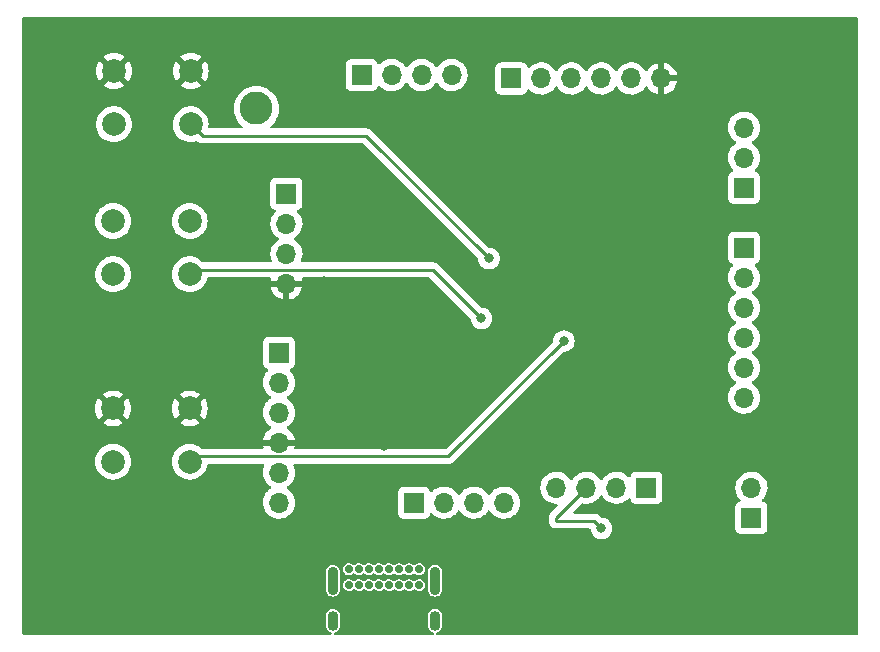
<source format=gbr>
%TF.GenerationSoftware,KiCad,Pcbnew,(6.0.5)*%
%TF.CreationDate,2024-04-02T18:11:07-05:00*%
%TF.ProjectId,final_project,66696e61-6c5f-4707-926f-6a6563742e6b,rev?*%
%TF.SameCoordinates,Original*%
%TF.FileFunction,Copper,L2,Bot*%
%TF.FilePolarity,Positive*%
%FSLAX46Y46*%
G04 Gerber Fmt 4.6, Leading zero omitted, Abs format (unit mm)*
G04 Created by KiCad (PCBNEW (6.0.5)) date 2024-04-02 18:11:07*
%MOMM*%
%LPD*%
G01*
G04 APERTURE LIST*
%TA.AperFunction,ComponentPad*%
%ADD10R,1.700000X1.700000*%
%TD*%
%TA.AperFunction,ComponentPad*%
%ADD11O,1.700000X1.700000*%
%TD*%
%TA.AperFunction,ComponentPad*%
%ADD12C,2.000000*%
%TD*%
%TA.AperFunction,ComponentPad*%
%ADD13C,2.800000*%
%TD*%
%TA.AperFunction,ComponentPad*%
%ADD14C,0.700000*%
%TD*%
%TA.AperFunction,ComponentPad*%
%ADD15O,0.900000X2.400000*%
%TD*%
%TA.AperFunction,ComponentPad*%
%ADD16O,0.900000X1.700000*%
%TD*%
%TA.AperFunction,ViaPad*%
%ADD17C,0.800000*%
%TD*%
%TA.AperFunction,Conductor*%
%ADD18C,0.250000*%
%TD*%
G04 APERTURE END LIST*
D10*
%TO.P,CAM_BOTTOM1,1,Pin_1*%
%TO.N,/HSYNC*%
X135900000Y-110835000D03*
D11*
%TO.P,CAM_BOTTOM1,2,Pin_2*%
%TO.N,/PCLK*%
X138440000Y-110835000D03*
%TO.P,CAM_BOTTOM1,3,Pin_3*%
%TO.N,/CAM_RESET*%
X140980000Y-110835000D03*
%TO.P,CAM_BOTTOM1,4,Pin_4*%
%TO.N,/PWDN*%
X143520000Y-110835000D03*
%TD*%
D10*
%TO.P,PGRM1,1,Pin_1*%
%TO.N,GND*%
X163830000Y-84165000D03*
D11*
%TO.P,PGRM1,2,Pin_2*%
%TO.N,/SWDIO*%
X163830000Y-81625000D03*
%TO.P,PGRM1,3,Pin_3*%
%TO.N,/SWCLK*%
X163830000Y-79085000D03*
%TD*%
D12*
%TO.P,BOOT0,1,1*%
%TO.N,+3V3*%
X116990000Y-74295000D03*
X110490000Y-74295000D03*
%TO.P,BOOT0,2,2*%
%TO.N,Net-(BOOT0-Pad2)*%
X110490000Y-78795000D03*
X116990000Y-78795000D03*
%TD*%
D13*
%TO.P,TP1,1,1*%
%TO.N,Net-(TP1-Pad1)*%
X122555000Y-77470000D03*
%TD*%
D10*
%TO.P,CAM_TOP1,1,Pin_1*%
%TO.N,/SDA*%
X131455000Y-74640000D03*
D11*
%TO.P,CAM_TOP1,2,Pin_2*%
%TO.N,/SCL_1*%
X133995000Y-74640000D03*
%TO.P,CAM_TOP1,3,Pin_3*%
%TO.N,/VSYNC*%
X136535000Y-74640000D03*
%TO.P,CAM_TOP1,4,Pin_4*%
%TO.N,/D5*%
X139075000Y-74640000D03*
%TD*%
D12*
%TO.P,NRST1,1,1*%
%TO.N,GND*%
X116915000Y-86995000D03*
X110415000Y-86995000D03*
%TO.P,NRST1,2,2*%
%TO.N,Net-(C2-Pad1)*%
X116915000Y-91495000D03*
X110415000Y-91495000D03*
%TD*%
D10*
%TO.P,J6,1,Pin_1*%
%TO.N,Net-(J6-Pad1)*%
X164465000Y-112110000D03*
D11*
%TO.P,J6,2,Pin_2*%
%TO.N,Net-(J6-Pad2)*%
X164465000Y-109570000D03*
%TD*%
D10*
%TO.P,SERIAL1,1,Pin_1*%
%TO.N,unconnected-(SERIAL1-Pad1)*%
X124460000Y-98135000D03*
D11*
%TO.P,SERIAL1,2,Pin_2*%
%TO.N,/RX*%
X124460000Y-100675000D03*
%TO.P,SERIAL1,3,Pin_3*%
%TO.N,/TX*%
X124460000Y-103215000D03*
%TO.P,SERIAL1,4,Pin_4*%
%TO.N,+3V3*%
X124460000Y-105755000D03*
%TO.P,SERIAL1,5,Pin_5*%
%TO.N,unconnected-(SERIAL1-Pad5)*%
X124460000Y-108295000D03*
%TO.P,SERIAL1,6,Pin_6*%
%TO.N,GND*%
X124460000Y-110835000D03*
%TD*%
D10*
%TO.P,LCD1,1,Pin_1*%
%TO.N,GND*%
X155575000Y-109565000D03*
D11*
%TO.P,LCD1,2,Pin_2*%
%TO.N,+5V*%
X153035000Y-109565000D03*
%TO.P,LCD1,3,Pin_3*%
%TO.N,/SDA_2*%
X150495000Y-109565000D03*
%TO.P,LCD1,4,Pin_4*%
%TO.N,/SCL_2*%
X147955000Y-109565000D03*
%TD*%
D10*
%TO.P,CAM_LEFT1,1,Pin_1*%
%TO.N,/D4*%
X125095000Y-84683000D03*
D11*
%TO.P,CAM_LEFT1,2,Pin_2*%
%TO.N,/D6*%
X125095000Y-87223000D03*
%TO.P,CAM_LEFT1,3,Pin_3*%
%TO.N,/D7*%
X125095000Y-89763000D03*
%TO.P,CAM_LEFT1,4,Pin_4*%
%TO.N,+3V3*%
X125095000Y-92303000D03*
%TD*%
D14*
%TO.P,J1,A1,GND*%
%TO.N,GND*%
X130370000Y-116470000D03*
%TO.P,J1,A4,VBUS*%
%TO.N,Net-(J1-PadA4)*%
X131220000Y-116470000D03*
%TO.P,J1,A5,CC1*%
%TO.N,unconnected-(J1-PadA5)*%
X132070000Y-116470000D03*
%TO.P,J1,A6,D+*%
%TO.N,unconnected-(J1-PadA6)*%
X132920000Y-116470000D03*
%TO.P,J1,A7,D-*%
%TO.N,unconnected-(J1-PadA7)*%
X133770000Y-116470000D03*
%TO.P,J1,A8,SBU1*%
%TO.N,unconnected-(J1-PadA8)*%
X134620000Y-116470000D03*
%TO.P,J1,A9,VBUS*%
%TO.N,Net-(J1-PadA4)*%
X135470000Y-116470000D03*
%TO.P,J1,A12,GND*%
%TO.N,GND*%
X136320000Y-116470000D03*
%TO.P,J1,B1,GND*%
X136320000Y-117820000D03*
%TO.P,J1,B4,VBUS*%
%TO.N,Net-(J1-PadA4)*%
X135470000Y-117820000D03*
%TO.P,J1,B5,CC2*%
%TO.N,unconnected-(J1-PadB5)*%
X134620000Y-117820000D03*
%TO.P,J1,B6,D+*%
%TO.N,unconnected-(J1-PadB6)*%
X133770000Y-117820000D03*
%TO.P,J1,B7,D-*%
%TO.N,unconnected-(J1-PadB7)*%
X132920000Y-117820000D03*
%TO.P,J1,B8,SBU2*%
%TO.N,unconnected-(J1-PadB8)*%
X132070000Y-117820000D03*
%TO.P,J1,B9,VBUS*%
%TO.N,Net-(J1-PadA4)*%
X131220000Y-117820000D03*
%TO.P,J1,B12,GND*%
%TO.N,GND*%
X130370000Y-117820000D03*
D15*
%TO.P,J1,S1,SHIELD*%
X129020000Y-117450000D03*
D16*
X129020000Y-120830000D03*
X137670000Y-120830000D03*
D15*
X137670000Y-117450000D03*
%TD*%
D10*
%TO.P,SD_SPI1,1,Pin_1*%
%TO.N,GND*%
X144145000Y-74930000D03*
D11*
%TO.P,SD_SPI1,2,Pin_2*%
%TO.N,/MISO*%
X146685000Y-74930000D03*
%TO.P,SD_SPI1,3,Pin_3*%
%TO.N,/SPI_CLK*%
X149225000Y-74930000D03*
%TO.P,SD_SPI1,4,Pin_4*%
%TO.N,/MOSI*%
X151765000Y-74930000D03*
%TO.P,SD_SPI1,5,Pin_5*%
%TO.N,/CS*%
X154305000Y-74930000D03*
%TO.P,SD_SPI1,6,Pin_6*%
%TO.N,+3V3*%
X156845000Y-74930000D03*
%TD*%
D12*
%TO.P,Capture_Pic1,1,1*%
%TO.N,+3V3*%
X110415000Y-102870000D03*
X116915000Y-102870000D03*
%TO.P,Capture_Pic1,2,2*%
%TO.N,Net-(Capture_Pic1-Pad2)*%
X110415000Y-107370000D03*
X116915000Y-107370000D03*
%TD*%
D10*
%TO.P,CAM_RIGHT1,1,Pin_1*%
%TO.N,GND*%
X163830000Y-89245000D03*
D11*
%TO.P,CAM_RIGHT1,2,Pin_2*%
%TO.N,Net-(CAM_RIGHT1-Pad2)*%
X163830000Y-91785000D03*
%TO.P,CAM_RIGHT1,3,Pin_3*%
%TO.N,/D3*%
X163830000Y-94325000D03*
%TO.P,CAM_RIGHT1,4,Pin_4*%
%TO.N,/D2*%
X163830000Y-96865000D03*
%TO.P,CAM_RIGHT1,5,Pin_5*%
%TO.N,/D1*%
X163830000Y-99405000D03*
%TO.P,CAM_RIGHT1,6,Pin_6*%
%TO.N,/D0*%
X163830000Y-101945000D03*
%TD*%
D17*
%TO.N,+3V3*%
X128270000Y-92075000D03*
X133350000Y-106045000D03*
X133985000Y-84455000D03*
X156845000Y-79375000D03*
X152400000Y-106680000D03*
X148590000Y-120650000D03*
%TO.N,Net-(C2-Pad1)*%
X141605000Y-95250000D03*
%TO.N,/SDA_2*%
X151765000Y-113030000D03*
%TO.N,Net-(BOOT0-Pad2)*%
X142240000Y-90170000D03*
%TO.N,Net-(Capture_Pic1-Pad2)*%
X148590000Y-97155000D03*
%TD*%
D18*
%TO.N,Net-(C2-Pad1)*%
X116915000Y-91495000D02*
X117281511Y-91128489D01*
X117281511Y-91128489D02*
X137483489Y-91128489D01*
X137483489Y-91128489D02*
X141605000Y-95250000D01*
%TO.N,/SDA_2*%
X147955000Y-112395000D02*
X151130000Y-112395000D01*
X147955000Y-112105000D02*
X150495000Y-109565000D01*
X151130000Y-112395000D02*
X151765000Y-113030000D01*
X147955000Y-112395000D02*
X147955000Y-112105000D01*
%TO.N,Net-(BOOT0-Pad2)*%
X131865000Y-79795000D02*
X142240000Y-90170000D01*
X116990000Y-78795000D02*
X117990000Y-79795000D01*
X117990000Y-79795000D02*
X131865000Y-79795000D01*
%TO.N,Net-(Capture_Pic1-Pad2)*%
X117355489Y-106929511D02*
X138815489Y-106929511D01*
X138815489Y-106929511D02*
X148590000Y-97155000D01*
X116915000Y-107370000D02*
X117355489Y-106929511D01*
%TD*%
%TA.AperFunction,Conductor*%
%TO.N,+3V3*%
G36*
X173423621Y-69743502D02*
G01*
X173470114Y-69797158D01*
X173481500Y-69849500D01*
X173481500Y-121920500D01*
X173461498Y-121988621D01*
X173407842Y-122035114D01*
X173355500Y-122046500D01*
X137901423Y-122046500D01*
X137833302Y-122026498D01*
X137786809Y-121972842D01*
X137776705Y-121902568D01*
X137806199Y-121837988D01*
X137853205Y-121804091D01*
X137867555Y-121798147D01*
X137972841Y-121754536D01*
X138098282Y-121658282D01*
X138194536Y-121532841D01*
X138255044Y-121386762D01*
X138270500Y-121269361D01*
X138270500Y-120390639D01*
X138255044Y-120273238D01*
X138194536Y-120127159D01*
X138098282Y-120001718D01*
X137972841Y-119905464D01*
X137826762Y-119844956D01*
X137670000Y-119824318D01*
X137513238Y-119844956D01*
X137367159Y-119905464D01*
X137241718Y-120001718D01*
X137145464Y-120127159D01*
X137084956Y-120273238D01*
X137069500Y-120390639D01*
X137069500Y-121269361D01*
X137084956Y-121386762D01*
X137145464Y-121532841D01*
X137241718Y-121658282D01*
X137367159Y-121754536D01*
X137472445Y-121798147D01*
X137486795Y-121804091D01*
X137542076Y-121848639D01*
X137564497Y-121916003D01*
X137546939Y-121984794D01*
X137494977Y-122033172D01*
X137438577Y-122046500D01*
X129251423Y-122046500D01*
X129183302Y-122026498D01*
X129136809Y-121972842D01*
X129126705Y-121902568D01*
X129156199Y-121837988D01*
X129203205Y-121804091D01*
X129217555Y-121798147D01*
X129322841Y-121754536D01*
X129448282Y-121658282D01*
X129544536Y-121532841D01*
X129605044Y-121386762D01*
X129620500Y-121269361D01*
X129620500Y-120390639D01*
X129605044Y-120273238D01*
X129544536Y-120127159D01*
X129448282Y-120001718D01*
X129322841Y-119905464D01*
X129176762Y-119844956D01*
X129020000Y-119824318D01*
X128863238Y-119844956D01*
X128717159Y-119905464D01*
X128591718Y-120001718D01*
X128495464Y-120127159D01*
X128434956Y-120273238D01*
X128419500Y-120390639D01*
X128419500Y-121269361D01*
X128434956Y-121386762D01*
X128495464Y-121532841D01*
X128591718Y-121658282D01*
X128717159Y-121754536D01*
X128822445Y-121798147D01*
X128836795Y-121804091D01*
X128892076Y-121848639D01*
X128914497Y-121916003D01*
X128896939Y-121984794D01*
X128844977Y-122033172D01*
X128788577Y-122046500D01*
X102869500Y-122046500D01*
X102801379Y-122026498D01*
X102754886Y-121972842D01*
X102743500Y-121920500D01*
X102743500Y-118239361D01*
X128419500Y-118239361D01*
X128420038Y-118243447D01*
X128420038Y-118243448D01*
X128430349Y-118321770D01*
X128434956Y-118356762D01*
X128495464Y-118502841D01*
X128591718Y-118628282D01*
X128717159Y-118724536D01*
X128863238Y-118785044D01*
X129020000Y-118805682D01*
X129028188Y-118804604D01*
X129168574Y-118786122D01*
X129176762Y-118785044D01*
X129322841Y-118724536D01*
X129448282Y-118628282D01*
X129544536Y-118502841D01*
X129605044Y-118356762D01*
X129609651Y-118321770D01*
X129619962Y-118243448D01*
X129619962Y-118243447D01*
X129620500Y-118239361D01*
X129620500Y-117884035D01*
X129639553Y-117819146D01*
X129848507Y-117819146D01*
X129867396Y-117848537D01*
X129871436Y-117867697D01*
X129882980Y-117955979D01*
X129940720Y-118087203D01*
X129946497Y-118094076D01*
X129946498Y-118094077D01*
X129953792Y-118102754D01*
X130032970Y-118196948D01*
X130152313Y-118276390D01*
X130289157Y-118319142D01*
X130298129Y-118319306D01*
X130298132Y-118319307D01*
X130363463Y-118320504D01*
X130432499Y-118321770D01*
X130441533Y-118319307D01*
X130562158Y-118286421D01*
X130562160Y-118286420D01*
X130570817Y-118284060D01*
X130692991Y-118209045D01*
X130699014Y-118202391D01*
X130699018Y-118202388D01*
X130700839Y-118200376D01*
X130703134Y-118198971D01*
X130705923Y-118196655D01*
X130706257Y-118197058D01*
X130761384Y-118163298D01*
X130832364Y-118164839D01*
X130877737Y-118190723D01*
X130882970Y-118196948D01*
X130890441Y-118201921D01*
X130890442Y-118201922D01*
X130952825Y-118243448D01*
X131002313Y-118276390D01*
X131139157Y-118319142D01*
X131148129Y-118319306D01*
X131148132Y-118319307D01*
X131213463Y-118320504D01*
X131282499Y-118321770D01*
X131291533Y-118319307D01*
X131412158Y-118286421D01*
X131412160Y-118286420D01*
X131420817Y-118284060D01*
X131542991Y-118209045D01*
X131549014Y-118202391D01*
X131549018Y-118202388D01*
X131550839Y-118200376D01*
X131553134Y-118198971D01*
X131555923Y-118196655D01*
X131556257Y-118197058D01*
X131611384Y-118163298D01*
X131682364Y-118164839D01*
X131727737Y-118190723D01*
X131732970Y-118196948D01*
X131740441Y-118201921D01*
X131740442Y-118201922D01*
X131802825Y-118243448D01*
X131852313Y-118276390D01*
X131989157Y-118319142D01*
X131998129Y-118319306D01*
X131998132Y-118319307D01*
X132063463Y-118320504D01*
X132132499Y-118321770D01*
X132141533Y-118319307D01*
X132262158Y-118286421D01*
X132262160Y-118286420D01*
X132270817Y-118284060D01*
X132392991Y-118209045D01*
X132399014Y-118202391D01*
X132399018Y-118202388D01*
X132400839Y-118200376D01*
X132403134Y-118198971D01*
X132405923Y-118196655D01*
X132406257Y-118197058D01*
X132461384Y-118163298D01*
X132532364Y-118164839D01*
X132577737Y-118190723D01*
X132582970Y-118196948D01*
X132590441Y-118201921D01*
X132590442Y-118201922D01*
X132652825Y-118243448D01*
X132702313Y-118276390D01*
X132839157Y-118319142D01*
X132848129Y-118319306D01*
X132848132Y-118319307D01*
X132913463Y-118320504D01*
X132982499Y-118321770D01*
X132991533Y-118319307D01*
X133112158Y-118286421D01*
X133112160Y-118286420D01*
X133120817Y-118284060D01*
X133242991Y-118209045D01*
X133249014Y-118202391D01*
X133249018Y-118202388D01*
X133250839Y-118200376D01*
X133253134Y-118198971D01*
X133255923Y-118196655D01*
X133256257Y-118197058D01*
X133311384Y-118163298D01*
X133382364Y-118164839D01*
X133427737Y-118190723D01*
X133432970Y-118196948D01*
X133440441Y-118201921D01*
X133440442Y-118201922D01*
X133502825Y-118243448D01*
X133552313Y-118276390D01*
X133689157Y-118319142D01*
X133698129Y-118319306D01*
X133698132Y-118319307D01*
X133763463Y-118320504D01*
X133832499Y-118321770D01*
X133841533Y-118319307D01*
X133962158Y-118286421D01*
X133962160Y-118286420D01*
X133970817Y-118284060D01*
X134092991Y-118209045D01*
X134099014Y-118202391D01*
X134099018Y-118202388D01*
X134100839Y-118200376D01*
X134103134Y-118198971D01*
X134105923Y-118196655D01*
X134106257Y-118197058D01*
X134161384Y-118163298D01*
X134232364Y-118164839D01*
X134277737Y-118190723D01*
X134282970Y-118196948D01*
X134290441Y-118201921D01*
X134290442Y-118201922D01*
X134352825Y-118243448D01*
X134402313Y-118276390D01*
X134539157Y-118319142D01*
X134548129Y-118319306D01*
X134548132Y-118319307D01*
X134613463Y-118320504D01*
X134682499Y-118321770D01*
X134691533Y-118319307D01*
X134812158Y-118286421D01*
X134812160Y-118286420D01*
X134820817Y-118284060D01*
X134942991Y-118209045D01*
X134949014Y-118202391D01*
X134949018Y-118202388D01*
X134950839Y-118200376D01*
X134953134Y-118198971D01*
X134955923Y-118196655D01*
X134956257Y-118197058D01*
X135011384Y-118163298D01*
X135082364Y-118164839D01*
X135127737Y-118190723D01*
X135132970Y-118196948D01*
X135140441Y-118201921D01*
X135140442Y-118201922D01*
X135202825Y-118243448D01*
X135252313Y-118276390D01*
X135389157Y-118319142D01*
X135398129Y-118319306D01*
X135398132Y-118319307D01*
X135463463Y-118320504D01*
X135532499Y-118321770D01*
X135541533Y-118319307D01*
X135662158Y-118286421D01*
X135662160Y-118286420D01*
X135670817Y-118284060D01*
X135792991Y-118209045D01*
X135799014Y-118202391D01*
X135799018Y-118202388D01*
X135800839Y-118200376D01*
X135803134Y-118198971D01*
X135805923Y-118196655D01*
X135806257Y-118197058D01*
X135861384Y-118163298D01*
X135932364Y-118164839D01*
X135977737Y-118190723D01*
X135982970Y-118196948D01*
X135990441Y-118201921D01*
X135990442Y-118201922D01*
X136052825Y-118243448D01*
X136102313Y-118276390D01*
X136239157Y-118319142D01*
X136248129Y-118319306D01*
X136248132Y-118319307D01*
X136313463Y-118320504D01*
X136382499Y-118321770D01*
X136391533Y-118319307D01*
X136512158Y-118286421D01*
X136512160Y-118286420D01*
X136520817Y-118284060D01*
X136642991Y-118209045D01*
X136649439Y-118201922D01*
X136733178Y-118109407D01*
X136739200Y-118102754D01*
X136801710Y-117973733D01*
X136819246Y-117869503D01*
X136841075Y-117824575D01*
X137046825Y-117824575D01*
X137068610Y-117875460D01*
X137069500Y-117890408D01*
X137069500Y-118239361D01*
X137070038Y-118243447D01*
X137070038Y-118243448D01*
X137080349Y-118321770D01*
X137084956Y-118356762D01*
X137145464Y-118502841D01*
X137241718Y-118628282D01*
X137367159Y-118724536D01*
X137513238Y-118785044D01*
X137670000Y-118805682D01*
X137678188Y-118804604D01*
X137818574Y-118786122D01*
X137826762Y-118785044D01*
X137972841Y-118724536D01*
X138098282Y-118628282D01*
X138194536Y-118502841D01*
X138255044Y-118356762D01*
X138259651Y-118321770D01*
X138269962Y-118243448D01*
X138269962Y-118243447D01*
X138270500Y-118239361D01*
X138270500Y-116660639D01*
X138255044Y-116543238D01*
X138194536Y-116397159D01*
X138098282Y-116271718D01*
X137972841Y-116175464D01*
X137826762Y-116114956D01*
X137670000Y-116094318D01*
X137513238Y-116114956D01*
X137367159Y-116175464D01*
X137241718Y-116271718D01*
X137145464Y-116397159D01*
X137084956Y-116543238D01*
X137069500Y-116660639D01*
X137069500Y-117754138D01*
X137049498Y-117822259D01*
X137046825Y-117824575D01*
X136841075Y-117824575D01*
X136842790Y-117821046D01*
X136822604Y-117789636D01*
X136818773Y-117772000D01*
X136806596Y-117686968D01*
X136806595Y-117686965D01*
X136805323Y-117678082D01*
X136745984Y-117547572D01*
X136683457Y-117475006D01*
X136658260Y-117445763D01*
X136658257Y-117445760D01*
X136652400Y-117438963D01*
X136532095Y-117360985D01*
X136394739Y-117319907D01*
X136385763Y-117319852D01*
X136385762Y-117319852D01*
X136325555Y-117319484D01*
X136251376Y-117319031D01*
X136113529Y-117358428D01*
X135992280Y-117434930D01*
X135986337Y-117441659D01*
X135979501Y-117447477D01*
X135977725Y-117445390D01*
X135929617Y-117475672D01*
X135858623Y-117475006D01*
X135812429Y-117449400D01*
X135808258Y-117445761D01*
X135802400Y-117438963D01*
X135794869Y-117434082D01*
X135794866Y-117434079D01*
X135689633Y-117365871D01*
X135689634Y-117365871D01*
X135682095Y-117360985D01*
X135544739Y-117319907D01*
X135535763Y-117319852D01*
X135535762Y-117319852D01*
X135475555Y-117319484D01*
X135401376Y-117319031D01*
X135263529Y-117358428D01*
X135142280Y-117434930D01*
X135136337Y-117441659D01*
X135129501Y-117447477D01*
X135127725Y-117445390D01*
X135079617Y-117475672D01*
X135008623Y-117475006D01*
X134962429Y-117449400D01*
X134958258Y-117445761D01*
X134952400Y-117438963D01*
X134944869Y-117434082D01*
X134944866Y-117434079D01*
X134839633Y-117365871D01*
X134839634Y-117365871D01*
X134832095Y-117360985D01*
X134694739Y-117319907D01*
X134685763Y-117319852D01*
X134685762Y-117319852D01*
X134625555Y-117319484D01*
X134551376Y-117319031D01*
X134413529Y-117358428D01*
X134292280Y-117434930D01*
X134286337Y-117441659D01*
X134279501Y-117447477D01*
X134277725Y-117445390D01*
X134229617Y-117475672D01*
X134158623Y-117475006D01*
X134112429Y-117449400D01*
X134108258Y-117445761D01*
X134102400Y-117438963D01*
X134094869Y-117434082D01*
X134094866Y-117434079D01*
X133989633Y-117365871D01*
X133989634Y-117365871D01*
X133982095Y-117360985D01*
X133844739Y-117319907D01*
X133835763Y-117319852D01*
X133835762Y-117319852D01*
X133775555Y-117319484D01*
X133701376Y-117319031D01*
X133563529Y-117358428D01*
X133442280Y-117434930D01*
X133436337Y-117441659D01*
X133429501Y-117447477D01*
X133427725Y-117445390D01*
X133379617Y-117475672D01*
X133308623Y-117475006D01*
X133262429Y-117449400D01*
X133258258Y-117445761D01*
X133252400Y-117438963D01*
X133244869Y-117434082D01*
X133244866Y-117434079D01*
X133139633Y-117365871D01*
X133139634Y-117365871D01*
X133132095Y-117360985D01*
X132994739Y-117319907D01*
X132985763Y-117319852D01*
X132985762Y-117319852D01*
X132925555Y-117319484D01*
X132851376Y-117319031D01*
X132713529Y-117358428D01*
X132592280Y-117434930D01*
X132586337Y-117441659D01*
X132579501Y-117447477D01*
X132577725Y-117445390D01*
X132529617Y-117475672D01*
X132458623Y-117475006D01*
X132412429Y-117449400D01*
X132408258Y-117445761D01*
X132402400Y-117438963D01*
X132394869Y-117434082D01*
X132394866Y-117434079D01*
X132289633Y-117365871D01*
X132289634Y-117365871D01*
X132282095Y-117360985D01*
X132144739Y-117319907D01*
X132135763Y-117319852D01*
X132135762Y-117319852D01*
X132075555Y-117319484D01*
X132001376Y-117319031D01*
X131863529Y-117358428D01*
X131742280Y-117434930D01*
X131736337Y-117441659D01*
X131729501Y-117447477D01*
X131727725Y-117445390D01*
X131679617Y-117475672D01*
X131608623Y-117475006D01*
X131562429Y-117449400D01*
X131558258Y-117445761D01*
X131552400Y-117438963D01*
X131544869Y-117434082D01*
X131544866Y-117434079D01*
X131439633Y-117365871D01*
X131439634Y-117365871D01*
X131432095Y-117360985D01*
X131294739Y-117319907D01*
X131285763Y-117319852D01*
X131285762Y-117319852D01*
X131225555Y-117319484D01*
X131151376Y-117319031D01*
X131013529Y-117358428D01*
X130892280Y-117434930D01*
X130886337Y-117441659D01*
X130879501Y-117447477D01*
X130877725Y-117445390D01*
X130829617Y-117475672D01*
X130758623Y-117475006D01*
X130712429Y-117449400D01*
X130708258Y-117445761D01*
X130702400Y-117438963D01*
X130694869Y-117434082D01*
X130694866Y-117434079D01*
X130589633Y-117365871D01*
X130589634Y-117365871D01*
X130582095Y-117360985D01*
X130444739Y-117319907D01*
X130435763Y-117319852D01*
X130435762Y-117319852D01*
X130375555Y-117319484D01*
X130301376Y-117319031D01*
X130163529Y-117358428D01*
X130042280Y-117434930D01*
X130036338Y-117441658D01*
X130036337Y-117441659D01*
X130006886Y-117475006D01*
X129947377Y-117542388D01*
X129886447Y-117672163D01*
X129885066Y-117681035D01*
X129871000Y-117771375D01*
X129848507Y-117819146D01*
X129639553Y-117819146D01*
X129640502Y-117815914D01*
X129642007Y-117814610D01*
X129621582Y-117768468D01*
X129620500Y-117751991D01*
X129620500Y-116660639D01*
X129605044Y-116543238D01*
X129572149Y-116463823D01*
X129864391Y-116463823D01*
X129865555Y-116472725D01*
X129865555Y-116472728D01*
X129866814Y-116482354D01*
X129882980Y-116605979D01*
X129940720Y-116737203D01*
X129946497Y-116744076D01*
X129946498Y-116744077D01*
X129953792Y-116752754D01*
X130032970Y-116846948D01*
X130152313Y-116926390D01*
X130289157Y-116969142D01*
X130298129Y-116969306D01*
X130298132Y-116969307D01*
X130363463Y-116970504D01*
X130432499Y-116971770D01*
X130441533Y-116969307D01*
X130562158Y-116936421D01*
X130562160Y-116936420D01*
X130570817Y-116934060D01*
X130692991Y-116859045D01*
X130699014Y-116852391D01*
X130699018Y-116852388D01*
X130700839Y-116850376D01*
X130703134Y-116848971D01*
X130705923Y-116846655D01*
X130706257Y-116847058D01*
X130761384Y-116813298D01*
X130832364Y-116814839D01*
X130877737Y-116840723D01*
X130882970Y-116846948D01*
X130890441Y-116851921D01*
X130890442Y-116851922D01*
X130994836Y-116921413D01*
X131002313Y-116926390D01*
X131139157Y-116969142D01*
X131148129Y-116969306D01*
X131148132Y-116969307D01*
X131213463Y-116970504D01*
X131282499Y-116971770D01*
X131291533Y-116969307D01*
X131412158Y-116936421D01*
X131412160Y-116936420D01*
X131420817Y-116934060D01*
X131542991Y-116859045D01*
X131549014Y-116852391D01*
X131549018Y-116852388D01*
X131550839Y-116850376D01*
X131553134Y-116848971D01*
X131555923Y-116846655D01*
X131556257Y-116847058D01*
X131611384Y-116813298D01*
X131682364Y-116814839D01*
X131727737Y-116840723D01*
X131732970Y-116846948D01*
X131740441Y-116851921D01*
X131740442Y-116851922D01*
X131844836Y-116921413D01*
X131852313Y-116926390D01*
X131989157Y-116969142D01*
X131998129Y-116969306D01*
X131998132Y-116969307D01*
X132063463Y-116970504D01*
X132132499Y-116971770D01*
X132141533Y-116969307D01*
X132262158Y-116936421D01*
X132262160Y-116936420D01*
X132270817Y-116934060D01*
X132392991Y-116859045D01*
X132399014Y-116852391D01*
X132399018Y-116852388D01*
X132400839Y-116850376D01*
X132403134Y-116848971D01*
X132405923Y-116846655D01*
X132406257Y-116847058D01*
X132461384Y-116813298D01*
X132532364Y-116814839D01*
X132577737Y-116840723D01*
X132582970Y-116846948D01*
X132590441Y-116851921D01*
X132590442Y-116851922D01*
X132694836Y-116921413D01*
X132702313Y-116926390D01*
X132839157Y-116969142D01*
X132848129Y-116969306D01*
X132848132Y-116969307D01*
X132913463Y-116970504D01*
X132982499Y-116971770D01*
X132991533Y-116969307D01*
X133112158Y-116936421D01*
X133112160Y-116936420D01*
X133120817Y-116934060D01*
X133242991Y-116859045D01*
X133249014Y-116852391D01*
X133249018Y-116852388D01*
X133250839Y-116850376D01*
X133253134Y-116848971D01*
X133255923Y-116846655D01*
X133256257Y-116847058D01*
X133311384Y-116813298D01*
X133382364Y-116814839D01*
X133427737Y-116840723D01*
X133432970Y-116846948D01*
X133440441Y-116851921D01*
X133440442Y-116851922D01*
X133544836Y-116921413D01*
X133552313Y-116926390D01*
X133689157Y-116969142D01*
X133698129Y-116969306D01*
X133698132Y-116969307D01*
X133763463Y-116970504D01*
X133832499Y-116971770D01*
X133841533Y-116969307D01*
X133962158Y-116936421D01*
X133962160Y-116936420D01*
X133970817Y-116934060D01*
X134092991Y-116859045D01*
X134099014Y-116852391D01*
X134099018Y-116852388D01*
X134100839Y-116850376D01*
X134103134Y-116848971D01*
X134105923Y-116846655D01*
X134106257Y-116847058D01*
X134161384Y-116813298D01*
X134232364Y-116814839D01*
X134277737Y-116840723D01*
X134282970Y-116846948D01*
X134290441Y-116851921D01*
X134290442Y-116851922D01*
X134394836Y-116921413D01*
X134402313Y-116926390D01*
X134539157Y-116969142D01*
X134548129Y-116969306D01*
X134548132Y-116969307D01*
X134613463Y-116970504D01*
X134682499Y-116971770D01*
X134691533Y-116969307D01*
X134812158Y-116936421D01*
X134812160Y-116936420D01*
X134820817Y-116934060D01*
X134942991Y-116859045D01*
X134949014Y-116852391D01*
X134949018Y-116852388D01*
X134950839Y-116850376D01*
X134953134Y-116848971D01*
X134955923Y-116846655D01*
X134956257Y-116847058D01*
X135011384Y-116813298D01*
X135082364Y-116814839D01*
X135127737Y-116840723D01*
X135132970Y-116846948D01*
X135140441Y-116851921D01*
X135140442Y-116851922D01*
X135244836Y-116921413D01*
X135252313Y-116926390D01*
X135389157Y-116969142D01*
X135398129Y-116969306D01*
X135398132Y-116969307D01*
X135463463Y-116970504D01*
X135532499Y-116971770D01*
X135541533Y-116969307D01*
X135662158Y-116936421D01*
X135662160Y-116936420D01*
X135670817Y-116934060D01*
X135792991Y-116859045D01*
X135799014Y-116852391D01*
X135799018Y-116852388D01*
X135800839Y-116850376D01*
X135803134Y-116848971D01*
X135805923Y-116846655D01*
X135806257Y-116847058D01*
X135861384Y-116813298D01*
X135932364Y-116814839D01*
X135977737Y-116840723D01*
X135982970Y-116846948D01*
X135990441Y-116851921D01*
X135990442Y-116851922D01*
X136094836Y-116921413D01*
X136102313Y-116926390D01*
X136239157Y-116969142D01*
X136248129Y-116969306D01*
X136248132Y-116969307D01*
X136313463Y-116970504D01*
X136382499Y-116971770D01*
X136391533Y-116969307D01*
X136512158Y-116936421D01*
X136512160Y-116936420D01*
X136520817Y-116934060D01*
X136642991Y-116859045D01*
X136649439Y-116851922D01*
X136733178Y-116759407D01*
X136739200Y-116752754D01*
X136801710Y-116623733D01*
X136825496Y-116482354D01*
X136825647Y-116470000D01*
X136816308Y-116404789D01*
X136806596Y-116336968D01*
X136806595Y-116336965D01*
X136805323Y-116328082D01*
X136745984Y-116197572D01*
X136677520Y-116118116D01*
X136658260Y-116095763D01*
X136658257Y-116095760D01*
X136652400Y-116088963D01*
X136532095Y-116010985D01*
X136394739Y-115969907D01*
X136385763Y-115969852D01*
X136385762Y-115969852D01*
X136325555Y-115969484D01*
X136251376Y-115969031D01*
X136113529Y-116008428D01*
X135992280Y-116084930D01*
X135986337Y-116091659D01*
X135979501Y-116097477D01*
X135977725Y-116095390D01*
X135929617Y-116125672D01*
X135858623Y-116125006D01*
X135812429Y-116099400D01*
X135808258Y-116095761D01*
X135802400Y-116088963D01*
X135794869Y-116084082D01*
X135794866Y-116084079D01*
X135689633Y-116015871D01*
X135689634Y-116015871D01*
X135682095Y-116010985D01*
X135544739Y-115969907D01*
X135535763Y-115969852D01*
X135535762Y-115969852D01*
X135475555Y-115969484D01*
X135401376Y-115969031D01*
X135263529Y-116008428D01*
X135142280Y-116084930D01*
X135136337Y-116091659D01*
X135129501Y-116097477D01*
X135127725Y-116095390D01*
X135079617Y-116125672D01*
X135008623Y-116125006D01*
X134962429Y-116099400D01*
X134958258Y-116095761D01*
X134952400Y-116088963D01*
X134944869Y-116084082D01*
X134944866Y-116084079D01*
X134839633Y-116015871D01*
X134839634Y-116015871D01*
X134832095Y-116010985D01*
X134694739Y-115969907D01*
X134685763Y-115969852D01*
X134685762Y-115969852D01*
X134625555Y-115969484D01*
X134551376Y-115969031D01*
X134413529Y-116008428D01*
X134292280Y-116084930D01*
X134286337Y-116091659D01*
X134279501Y-116097477D01*
X134277725Y-116095390D01*
X134229617Y-116125672D01*
X134158623Y-116125006D01*
X134112429Y-116099400D01*
X134108258Y-116095761D01*
X134102400Y-116088963D01*
X134094869Y-116084082D01*
X134094866Y-116084079D01*
X133989633Y-116015871D01*
X133989634Y-116015871D01*
X133982095Y-116010985D01*
X133844739Y-115969907D01*
X133835763Y-115969852D01*
X133835762Y-115969852D01*
X133775555Y-115969484D01*
X133701376Y-115969031D01*
X133563529Y-116008428D01*
X133442280Y-116084930D01*
X133436337Y-116091659D01*
X133429501Y-116097477D01*
X133427725Y-116095390D01*
X133379617Y-116125672D01*
X133308623Y-116125006D01*
X133262429Y-116099400D01*
X133258258Y-116095761D01*
X133252400Y-116088963D01*
X133244869Y-116084082D01*
X133244866Y-116084079D01*
X133139633Y-116015871D01*
X133139634Y-116015871D01*
X133132095Y-116010985D01*
X132994739Y-115969907D01*
X132985763Y-115969852D01*
X132985762Y-115969852D01*
X132925555Y-115969484D01*
X132851376Y-115969031D01*
X132713529Y-116008428D01*
X132592280Y-116084930D01*
X132586337Y-116091659D01*
X132579501Y-116097477D01*
X132577725Y-116095390D01*
X132529617Y-116125672D01*
X132458623Y-116125006D01*
X132412429Y-116099400D01*
X132408258Y-116095761D01*
X132402400Y-116088963D01*
X132394869Y-116084082D01*
X132394866Y-116084079D01*
X132289633Y-116015871D01*
X132289634Y-116015871D01*
X132282095Y-116010985D01*
X132144739Y-115969907D01*
X132135763Y-115969852D01*
X132135762Y-115969852D01*
X132075555Y-115969484D01*
X132001376Y-115969031D01*
X131863529Y-116008428D01*
X131742280Y-116084930D01*
X131736337Y-116091659D01*
X131729501Y-116097477D01*
X131727725Y-116095390D01*
X131679617Y-116125672D01*
X131608623Y-116125006D01*
X131562429Y-116099400D01*
X131558258Y-116095761D01*
X131552400Y-116088963D01*
X131544869Y-116084082D01*
X131544866Y-116084079D01*
X131439633Y-116015871D01*
X131439634Y-116015871D01*
X131432095Y-116010985D01*
X131294739Y-115969907D01*
X131285763Y-115969852D01*
X131285762Y-115969852D01*
X131225555Y-115969484D01*
X131151376Y-115969031D01*
X131013529Y-116008428D01*
X130892280Y-116084930D01*
X130886337Y-116091659D01*
X130879501Y-116097477D01*
X130877725Y-116095390D01*
X130829617Y-116125672D01*
X130758623Y-116125006D01*
X130712429Y-116099400D01*
X130708258Y-116095761D01*
X130702400Y-116088963D01*
X130694869Y-116084082D01*
X130694866Y-116084079D01*
X130589633Y-116015871D01*
X130589634Y-116015871D01*
X130582095Y-116010985D01*
X130444739Y-115969907D01*
X130435763Y-115969852D01*
X130435762Y-115969852D01*
X130375555Y-115969484D01*
X130301376Y-115969031D01*
X130163529Y-116008428D01*
X130042280Y-116084930D01*
X130036338Y-116091658D01*
X130036337Y-116091659D01*
X130016714Y-116113878D01*
X129947377Y-116192388D01*
X129886447Y-116322163D01*
X129864391Y-116463823D01*
X129572149Y-116463823D01*
X129544536Y-116397159D01*
X129448282Y-116271718D01*
X129322841Y-116175464D01*
X129176762Y-116114956D01*
X129020000Y-116094318D01*
X128863238Y-116114956D01*
X128717159Y-116175464D01*
X128591718Y-116271718D01*
X128495464Y-116397159D01*
X128434956Y-116543238D01*
X128419500Y-116660639D01*
X128419500Y-118239361D01*
X102743500Y-118239361D01*
X102743500Y-107370000D01*
X108901835Y-107370000D01*
X108920465Y-107606711D01*
X108921619Y-107611518D01*
X108921620Y-107611524D01*
X108952285Y-107739253D01*
X108975895Y-107837594D01*
X108977788Y-107842165D01*
X108977789Y-107842167D01*
X109059556Y-108039570D01*
X109066760Y-108056963D01*
X109069346Y-108061183D01*
X109188241Y-108255202D01*
X109188245Y-108255208D01*
X109190824Y-108259416D01*
X109345031Y-108439969D01*
X109525584Y-108594176D01*
X109529792Y-108596755D01*
X109529798Y-108596759D01*
X109711981Y-108708401D01*
X109728037Y-108718240D01*
X109732607Y-108720133D01*
X109732611Y-108720135D01*
X109905765Y-108791857D01*
X109947406Y-108809105D01*
X110027609Y-108828360D01*
X110173476Y-108863380D01*
X110173482Y-108863381D01*
X110178289Y-108864535D01*
X110415000Y-108883165D01*
X110651711Y-108864535D01*
X110656518Y-108863381D01*
X110656524Y-108863380D01*
X110802391Y-108828360D01*
X110882594Y-108809105D01*
X110924235Y-108791857D01*
X111097389Y-108720135D01*
X111097393Y-108720133D01*
X111101963Y-108718240D01*
X111118019Y-108708401D01*
X111300202Y-108596759D01*
X111300208Y-108596755D01*
X111304416Y-108594176D01*
X111484969Y-108439969D01*
X111639176Y-108259416D01*
X111641755Y-108255208D01*
X111641759Y-108255202D01*
X111760654Y-108061183D01*
X111763240Y-108056963D01*
X111770445Y-108039570D01*
X111852211Y-107842167D01*
X111852212Y-107842165D01*
X111854105Y-107837594D01*
X111877715Y-107739253D01*
X111908380Y-107611524D01*
X111908381Y-107611518D01*
X111909535Y-107606711D01*
X111928165Y-107370000D01*
X115401835Y-107370000D01*
X115420465Y-107606711D01*
X115421619Y-107611518D01*
X115421620Y-107611524D01*
X115452285Y-107739253D01*
X115475895Y-107837594D01*
X115477788Y-107842165D01*
X115477789Y-107842167D01*
X115559556Y-108039570D01*
X115566760Y-108056963D01*
X115569346Y-108061183D01*
X115688241Y-108255202D01*
X115688245Y-108255208D01*
X115690824Y-108259416D01*
X115845031Y-108439969D01*
X116025584Y-108594176D01*
X116029792Y-108596755D01*
X116029798Y-108596759D01*
X116211981Y-108708401D01*
X116228037Y-108718240D01*
X116232607Y-108720133D01*
X116232611Y-108720135D01*
X116405765Y-108791857D01*
X116447406Y-108809105D01*
X116527609Y-108828360D01*
X116673476Y-108863380D01*
X116673482Y-108863381D01*
X116678289Y-108864535D01*
X116915000Y-108883165D01*
X117151711Y-108864535D01*
X117156518Y-108863381D01*
X117156524Y-108863380D01*
X117302391Y-108828360D01*
X117382594Y-108809105D01*
X117424235Y-108791857D01*
X117597389Y-108720135D01*
X117597393Y-108720133D01*
X117601963Y-108718240D01*
X117618019Y-108708401D01*
X117800202Y-108596759D01*
X117800208Y-108596755D01*
X117804416Y-108594176D01*
X117984969Y-108439969D01*
X118139176Y-108259416D01*
X118141755Y-108255208D01*
X118141759Y-108255202D01*
X118260654Y-108061183D01*
X118263240Y-108056963D01*
X118270445Y-108039570D01*
X118352211Y-107842167D01*
X118352212Y-107842165D01*
X118354105Y-107837594D01*
X118396838Y-107659596D01*
X118432190Y-107598028D01*
X118495217Y-107565345D01*
X118519357Y-107563011D01*
X123104576Y-107563011D01*
X123172697Y-107583013D01*
X123219190Y-107636669D01*
X123229294Y-107706943D01*
X123218864Y-107742061D01*
X123180688Y-107824305D01*
X123120989Y-108039570D01*
X123097251Y-108261695D01*
X123097548Y-108266848D01*
X123097548Y-108266851D01*
X123102857Y-108358919D01*
X123110110Y-108484715D01*
X123111247Y-108489761D01*
X123111248Y-108489767D01*
X123129753Y-108571875D01*
X123159222Y-108702639D01*
X123243266Y-108909616D01*
X123245965Y-108914020D01*
X123345475Y-109076406D01*
X123359987Y-109100088D01*
X123506250Y-109268938D01*
X123678126Y-109411632D01*
X123748595Y-109452811D01*
X123751445Y-109454476D01*
X123800169Y-109506114D01*
X123813240Y-109575897D01*
X123786509Y-109641669D01*
X123746055Y-109675027D01*
X123733607Y-109681507D01*
X123729474Y-109684610D01*
X123729471Y-109684612D01*
X123559100Y-109812530D01*
X123554965Y-109815635D01*
X123551393Y-109819373D01*
X123409748Y-109967596D01*
X123400629Y-109977138D01*
X123274743Y-110161680D01*
X123180688Y-110364305D01*
X123120989Y-110579570D01*
X123097251Y-110801695D01*
X123097548Y-110806848D01*
X123097548Y-110806851D01*
X123104424Y-110926097D01*
X123110110Y-111024715D01*
X123111247Y-111029761D01*
X123111248Y-111029767D01*
X123120848Y-111072364D01*
X123159222Y-111242639D01*
X123243266Y-111449616D01*
X123294019Y-111532438D01*
X123357291Y-111635688D01*
X123359987Y-111640088D01*
X123506250Y-111808938D01*
X123678126Y-111951632D01*
X123871000Y-112064338D01*
X124079692Y-112144030D01*
X124084760Y-112145061D01*
X124084763Y-112145062D01*
X124164114Y-112161206D01*
X124298597Y-112188567D01*
X124303772Y-112188757D01*
X124303774Y-112188757D01*
X124516673Y-112196564D01*
X124516677Y-112196564D01*
X124521837Y-112196753D01*
X124526957Y-112196097D01*
X124526959Y-112196097D01*
X124738288Y-112169025D01*
X124738289Y-112169025D01*
X124743416Y-112168368D01*
X124748366Y-112166883D01*
X124952429Y-112105661D01*
X124952434Y-112105659D01*
X124957384Y-112104174D01*
X125157994Y-112005896D01*
X125339860Y-111876173D01*
X125347408Y-111868652D01*
X125440268Y-111776115D01*
X125483400Y-111733134D01*
X134541500Y-111733134D01*
X134548255Y-111795316D01*
X134599385Y-111931705D01*
X134686739Y-112048261D01*
X134803295Y-112135615D01*
X134939684Y-112186745D01*
X135001866Y-112193500D01*
X136798134Y-112193500D01*
X136860316Y-112186745D01*
X136996705Y-112135615D01*
X137113261Y-112048261D01*
X137200615Y-111931705D01*
X137216414Y-111889562D01*
X137244598Y-111814382D01*
X137287240Y-111757618D01*
X137353802Y-111732918D01*
X137423150Y-111748126D01*
X137457817Y-111776114D01*
X137486250Y-111808938D01*
X137658126Y-111951632D01*
X137851000Y-112064338D01*
X138059692Y-112144030D01*
X138064760Y-112145061D01*
X138064763Y-112145062D01*
X138144114Y-112161206D01*
X138278597Y-112188567D01*
X138283772Y-112188757D01*
X138283774Y-112188757D01*
X138496673Y-112196564D01*
X138496677Y-112196564D01*
X138501837Y-112196753D01*
X138506957Y-112196097D01*
X138506959Y-112196097D01*
X138718288Y-112169025D01*
X138718289Y-112169025D01*
X138723416Y-112168368D01*
X138728366Y-112166883D01*
X138932429Y-112105661D01*
X138932434Y-112105659D01*
X138937384Y-112104174D01*
X139137994Y-112005896D01*
X139319860Y-111876173D01*
X139327408Y-111868652D01*
X139420268Y-111776115D01*
X139478096Y-111718489D01*
X139496326Y-111693120D01*
X139608453Y-111537077D01*
X139609776Y-111538028D01*
X139656645Y-111494857D01*
X139726580Y-111482625D01*
X139792026Y-111510144D01*
X139819875Y-111541994D01*
X139879987Y-111640088D01*
X140026250Y-111808938D01*
X140198126Y-111951632D01*
X140391000Y-112064338D01*
X140599692Y-112144030D01*
X140604760Y-112145061D01*
X140604763Y-112145062D01*
X140684114Y-112161206D01*
X140818597Y-112188567D01*
X140823772Y-112188757D01*
X140823774Y-112188757D01*
X141036673Y-112196564D01*
X141036677Y-112196564D01*
X141041837Y-112196753D01*
X141046957Y-112196097D01*
X141046959Y-112196097D01*
X141258288Y-112169025D01*
X141258289Y-112169025D01*
X141263416Y-112168368D01*
X141268366Y-112166883D01*
X141472429Y-112105661D01*
X141472434Y-112105659D01*
X141477384Y-112104174D01*
X141677994Y-112005896D01*
X141859860Y-111876173D01*
X141867408Y-111868652D01*
X141960268Y-111776115D01*
X142018096Y-111718489D01*
X142036326Y-111693120D01*
X142148453Y-111537077D01*
X142149776Y-111538028D01*
X142196645Y-111494857D01*
X142266580Y-111482625D01*
X142332026Y-111510144D01*
X142359875Y-111541994D01*
X142419987Y-111640088D01*
X142566250Y-111808938D01*
X142738126Y-111951632D01*
X142931000Y-112064338D01*
X143139692Y-112144030D01*
X143144760Y-112145061D01*
X143144763Y-112145062D01*
X143224114Y-112161206D01*
X143358597Y-112188567D01*
X143363772Y-112188757D01*
X143363774Y-112188757D01*
X143576673Y-112196564D01*
X143576677Y-112196564D01*
X143581837Y-112196753D01*
X143586957Y-112196097D01*
X143586959Y-112196097D01*
X143798288Y-112169025D01*
X143798289Y-112169025D01*
X143803416Y-112168368D01*
X143808366Y-112166883D01*
X144012429Y-112105661D01*
X144012434Y-112105659D01*
X144017384Y-112104174D01*
X144217994Y-112005896D01*
X144399860Y-111876173D01*
X144407408Y-111868652D01*
X144500268Y-111776115D01*
X144558096Y-111718489D01*
X144576326Y-111693120D01*
X144685435Y-111541277D01*
X144688453Y-111537077D01*
X144709320Y-111494857D01*
X144785136Y-111341453D01*
X144785137Y-111341451D01*
X144787430Y-111336811D01*
X144852370Y-111123069D01*
X144881529Y-110901590D01*
X144882177Y-110875062D01*
X144883074Y-110838365D01*
X144883074Y-110838361D01*
X144883156Y-110835000D01*
X144864852Y-110612361D01*
X144810431Y-110395702D01*
X144721354Y-110190840D01*
X144600014Y-110003277D01*
X144449670Y-109838051D01*
X144445619Y-109834852D01*
X144445615Y-109834848D01*
X144278414Y-109702800D01*
X144278410Y-109702798D01*
X144274359Y-109699598D01*
X144078789Y-109591638D01*
X144073920Y-109589914D01*
X144073916Y-109589912D01*
X143909516Y-109531695D01*
X146592251Y-109531695D01*
X146592548Y-109536848D01*
X146592548Y-109536851D01*
X146597443Y-109621739D01*
X146605110Y-109754715D01*
X146606247Y-109759761D01*
X146606248Y-109759767D01*
X146627246Y-109852939D01*
X146654222Y-109972639D01*
X146738266Y-110179616D01*
X146775685Y-110240678D01*
X146852291Y-110365688D01*
X146854987Y-110370088D01*
X147001250Y-110538938D01*
X147173126Y-110681632D01*
X147366000Y-110794338D01*
X147370825Y-110796180D01*
X147370826Y-110796181D01*
X147443612Y-110823975D01*
X147574692Y-110874030D01*
X147579760Y-110875061D01*
X147579763Y-110875062D01*
X147659861Y-110891358D01*
X147793597Y-110918567D01*
X147798771Y-110918757D01*
X147798773Y-110918757D01*
X147866293Y-110921233D01*
X147940649Y-110923959D01*
X148007990Y-110946443D01*
X148052486Y-111001767D01*
X148060008Y-111072364D01*
X148025126Y-111138969D01*
X147562747Y-111601348D01*
X147554461Y-111608888D01*
X147547982Y-111613000D01*
X147542557Y-111618777D01*
X147501357Y-111662651D01*
X147498602Y-111665493D01*
X147478865Y-111685230D01*
X147476385Y-111688427D01*
X147468682Y-111697447D01*
X147438414Y-111729679D01*
X147434595Y-111736625D01*
X147434593Y-111736628D01*
X147428652Y-111747434D01*
X147417801Y-111763953D01*
X147405386Y-111779959D01*
X147402241Y-111787228D01*
X147402238Y-111787232D01*
X147387826Y-111820537D01*
X147382609Y-111831187D01*
X147361305Y-111869940D01*
X147359334Y-111877615D01*
X147359334Y-111877616D01*
X147356267Y-111889562D01*
X147349863Y-111908266D01*
X147345277Y-111918865D01*
X147341819Y-111926855D01*
X147340580Y-111934678D01*
X147340577Y-111934688D01*
X147334901Y-111970524D01*
X147332495Y-111982144D01*
X147323472Y-112017289D01*
X147321500Y-112024970D01*
X147321500Y-112045224D01*
X147319949Y-112064934D01*
X147316780Y-112084943D01*
X147317526Y-112092835D01*
X147320941Y-112128961D01*
X147321500Y-112140819D01*
X147321500Y-112323207D01*
X147319268Y-112346816D01*
X147317725Y-112354906D01*
X147318223Y-112362817D01*
X147321251Y-112410951D01*
X147321500Y-112418862D01*
X147321500Y-112434856D01*
X147323506Y-112450730D01*
X147324249Y-112458598D01*
X147326417Y-112493056D01*
X147327775Y-112514650D01*
X147330225Y-112522191D01*
X147330321Y-112522487D01*
X147335494Y-112545631D01*
X147335532Y-112545935D01*
X147335533Y-112545940D01*
X147336526Y-112553797D01*
X147339442Y-112561162D01*
X147339443Y-112561166D01*
X147357199Y-112606011D01*
X147359871Y-112613430D01*
X147377236Y-112666875D01*
X147381486Y-112673571D01*
X147381486Y-112673572D01*
X147381650Y-112673831D01*
X147392415Y-112694958D01*
X147392529Y-112695246D01*
X147392532Y-112695251D01*
X147395448Y-112702617D01*
X147400104Y-112709025D01*
X147400107Y-112709031D01*
X147428458Y-112748052D01*
X147432901Y-112754589D01*
X147463000Y-112802018D01*
X147468778Y-112807444D01*
X147468779Y-112807445D01*
X147469007Y-112807659D01*
X147484688Y-112825446D01*
X147489528Y-112832107D01*
X147495637Y-112837161D01*
X147495638Y-112837162D01*
X147532796Y-112867903D01*
X147538730Y-112873134D01*
X147573898Y-112906158D01*
X147573901Y-112906160D01*
X147579679Y-112911586D01*
X147586903Y-112915558D01*
X147606506Y-112928881D01*
X147606746Y-112929080D01*
X147606753Y-112929084D01*
X147612856Y-112934133D01*
X147652400Y-112952741D01*
X147663676Y-112958047D01*
X147670708Y-112961629D01*
X147719940Y-112988695D01*
X147727615Y-112990665D01*
X147727621Y-112990668D01*
X147727919Y-112990744D01*
X147750228Y-112998776D01*
X147750503Y-112998906D01*
X147750511Y-112998909D01*
X147757682Y-113002283D01*
X147812849Y-113012806D01*
X147820558Y-113014529D01*
X147854551Y-113023257D01*
X147867293Y-113026529D01*
X147867294Y-113026529D01*
X147874970Y-113028500D01*
X147883207Y-113028500D01*
X147906816Y-113030732D01*
X147907119Y-113030790D01*
X147907123Y-113030790D01*
X147914906Y-113032275D01*
X147970951Y-113028749D01*
X147978862Y-113028500D01*
X150737887Y-113028500D01*
X150806008Y-113048502D01*
X150852501Y-113102158D01*
X150863197Y-113141329D01*
X150869185Y-113198297D01*
X150871458Y-113219928D01*
X150930473Y-113401556D01*
X151025960Y-113566944D01*
X151153747Y-113708866D01*
X151308248Y-113821118D01*
X151314276Y-113823802D01*
X151314278Y-113823803D01*
X151476681Y-113896109D01*
X151482712Y-113898794D01*
X151576112Y-113918647D01*
X151663056Y-113937128D01*
X151663061Y-113937128D01*
X151669513Y-113938500D01*
X151860487Y-113938500D01*
X151866939Y-113937128D01*
X151866944Y-113937128D01*
X151953887Y-113918647D01*
X152047288Y-113898794D01*
X152053319Y-113896109D01*
X152215722Y-113823803D01*
X152215724Y-113823802D01*
X152221752Y-113821118D01*
X152376253Y-113708866D01*
X152504040Y-113566944D01*
X152599527Y-113401556D01*
X152658542Y-113219928D01*
X152660816Y-113198297D01*
X152677814Y-113036565D01*
X152678504Y-113030000D01*
X152667876Y-112928881D01*
X152659232Y-112846635D01*
X152659232Y-112846633D01*
X152658542Y-112840072D01*
X152599527Y-112658444D01*
X152504040Y-112493056D01*
X152437236Y-112418862D01*
X152380675Y-112356045D01*
X152380674Y-112356044D01*
X152376253Y-112351134D01*
X152221752Y-112238882D01*
X152215724Y-112236198D01*
X152215722Y-112236197D01*
X152053319Y-112163891D01*
X152053318Y-112163891D01*
X152047288Y-112161206D01*
X151951375Y-112140819D01*
X151866944Y-112122872D01*
X151866939Y-112122872D01*
X151860487Y-112121500D01*
X151804595Y-112121500D01*
X151736474Y-112101498D01*
X151715500Y-112084595D01*
X151633652Y-112002747D01*
X151626112Y-111994461D01*
X151622000Y-111987982D01*
X151572348Y-111941356D01*
X151569507Y-111938602D01*
X151549770Y-111918865D01*
X151546573Y-111916385D01*
X151537551Y-111908680D01*
X151511100Y-111883841D01*
X151505321Y-111878414D01*
X151498375Y-111874595D01*
X151498372Y-111874593D01*
X151487566Y-111868652D01*
X151471047Y-111857801D01*
X151470583Y-111857441D01*
X151455041Y-111845386D01*
X151447772Y-111842241D01*
X151447768Y-111842238D01*
X151414463Y-111827826D01*
X151403813Y-111822609D01*
X151365060Y-111801305D01*
X151345437Y-111796267D01*
X151326734Y-111789863D01*
X151315420Y-111784967D01*
X151315419Y-111784967D01*
X151308145Y-111781819D01*
X151300322Y-111780580D01*
X151300312Y-111780577D01*
X151264476Y-111774901D01*
X151252856Y-111772495D01*
X151217711Y-111763472D01*
X151217710Y-111763472D01*
X151210030Y-111761500D01*
X151189776Y-111761500D01*
X151170065Y-111759949D01*
X151157886Y-111758020D01*
X151150057Y-111756780D01*
X151142165Y-111757526D01*
X151106039Y-111760941D01*
X151094181Y-111761500D01*
X149498594Y-111761500D01*
X149430473Y-111741498D01*
X149383980Y-111687842D01*
X149373876Y-111617568D01*
X149403370Y-111552988D01*
X149409499Y-111546405D01*
X150039549Y-110916355D01*
X150101861Y-110882329D01*
X150153762Y-110881979D01*
X150333597Y-110918567D01*
X150338772Y-110918757D01*
X150338774Y-110918757D01*
X150551673Y-110926564D01*
X150551677Y-110926564D01*
X150556837Y-110926753D01*
X150561957Y-110926097D01*
X150561959Y-110926097D01*
X150773288Y-110899025D01*
X150773289Y-110899025D01*
X150778416Y-110898368D01*
X150783846Y-110896739D01*
X150987429Y-110835661D01*
X150987434Y-110835659D01*
X150992384Y-110834174D01*
X151192994Y-110735896D01*
X151374860Y-110606173D01*
X151430039Y-110551187D01*
X151469124Y-110512238D01*
X151533096Y-110448489D01*
X151592594Y-110365689D01*
X151663453Y-110267077D01*
X151664776Y-110268028D01*
X151711645Y-110224857D01*
X151781580Y-110212625D01*
X151847026Y-110240144D01*
X151874875Y-110271994D01*
X151934987Y-110370088D01*
X152081250Y-110538938D01*
X152253126Y-110681632D01*
X152446000Y-110794338D01*
X152450825Y-110796180D01*
X152450826Y-110796181D01*
X152523612Y-110823975D01*
X152654692Y-110874030D01*
X152659760Y-110875061D01*
X152659763Y-110875062D01*
X152739861Y-110891358D01*
X152873597Y-110918567D01*
X152878772Y-110918757D01*
X152878774Y-110918757D01*
X153091673Y-110926564D01*
X153091677Y-110926564D01*
X153096837Y-110926753D01*
X153101957Y-110926097D01*
X153101959Y-110926097D01*
X153313288Y-110899025D01*
X153313289Y-110899025D01*
X153318416Y-110898368D01*
X153323846Y-110896739D01*
X153527429Y-110835661D01*
X153527434Y-110835659D01*
X153532384Y-110834174D01*
X153732994Y-110735896D01*
X153914860Y-110606173D01*
X154023091Y-110498319D01*
X154085462Y-110464404D01*
X154156268Y-110469592D01*
X154213030Y-110512238D01*
X154230012Y-110543341D01*
X154268283Y-110645428D01*
X154274385Y-110661705D01*
X154361739Y-110778261D01*
X154478295Y-110865615D01*
X154614684Y-110916745D01*
X154676866Y-110923500D01*
X156473134Y-110923500D01*
X156535316Y-110916745D01*
X156671705Y-110865615D01*
X156788261Y-110778261D01*
X156875615Y-110661705D01*
X156926745Y-110525316D01*
X156933500Y-110463134D01*
X156933500Y-109536695D01*
X163102251Y-109536695D01*
X163102548Y-109541848D01*
X163102548Y-109541851D01*
X163110227Y-109675027D01*
X163115110Y-109759715D01*
X163116247Y-109764761D01*
X163116248Y-109764767D01*
X163132042Y-109834848D01*
X163164222Y-109977639D01*
X163248266Y-110184616D01*
X163282621Y-110240678D01*
X163359227Y-110365688D01*
X163364987Y-110375088D01*
X163511250Y-110543938D01*
X163515230Y-110547242D01*
X163519981Y-110551187D01*
X163559616Y-110610090D01*
X163561113Y-110681071D01*
X163523997Y-110741593D01*
X163483725Y-110766112D01*
X163451318Y-110778261D01*
X163368295Y-110809385D01*
X163251739Y-110896739D01*
X163164385Y-111013295D01*
X163113255Y-111149684D01*
X163106500Y-111211866D01*
X163106500Y-113008134D01*
X163113255Y-113070316D01*
X163164385Y-113206705D01*
X163251739Y-113323261D01*
X163368295Y-113410615D01*
X163504684Y-113461745D01*
X163566866Y-113468500D01*
X165363134Y-113468500D01*
X165425316Y-113461745D01*
X165561705Y-113410615D01*
X165678261Y-113323261D01*
X165765615Y-113206705D01*
X165816745Y-113070316D01*
X165823500Y-113008134D01*
X165823500Y-111211866D01*
X165816745Y-111149684D01*
X165765615Y-111013295D01*
X165678261Y-110896739D01*
X165561705Y-110809385D01*
X165527500Y-110796562D01*
X165443203Y-110764960D01*
X165386439Y-110722318D01*
X165361739Y-110655756D01*
X165376947Y-110586408D01*
X165398493Y-110557727D01*
X165417348Y-110538938D01*
X165503096Y-110453489D01*
X165560222Y-110373990D01*
X165630435Y-110276277D01*
X165633453Y-110272077D01*
X165648972Y-110240678D01*
X165730136Y-110076453D01*
X165730137Y-110076451D01*
X165732430Y-110071811D01*
X165797370Y-109858069D01*
X165826529Y-109636590D01*
X165826611Y-109633240D01*
X165828074Y-109573365D01*
X165828074Y-109573361D01*
X165828156Y-109570000D01*
X165809852Y-109347361D01*
X165755431Y-109130702D01*
X165666354Y-108925840D01*
X165590835Y-108809105D01*
X165547822Y-108742617D01*
X165547820Y-108742614D01*
X165545014Y-108738277D01*
X165394670Y-108573051D01*
X165390619Y-108569852D01*
X165390615Y-108569848D01*
X165223414Y-108437800D01*
X165223410Y-108437798D01*
X165219359Y-108434598D01*
X165210302Y-108429598D01*
X165093115Y-108364908D01*
X165023789Y-108326638D01*
X165018920Y-108324914D01*
X165018916Y-108324912D01*
X164818087Y-108253795D01*
X164818083Y-108253794D01*
X164813212Y-108252069D01*
X164808119Y-108251162D01*
X164808116Y-108251161D01*
X164598373Y-108213800D01*
X164598367Y-108213799D01*
X164593284Y-108212894D01*
X164519452Y-108211992D01*
X164375081Y-108210228D01*
X164375079Y-108210228D01*
X164369911Y-108210165D01*
X164149091Y-108243955D01*
X163936756Y-108313357D01*
X163738607Y-108416507D01*
X163734474Y-108419610D01*
X163734471Y-108419612D01*
X163566624Y-108545635D01*
X163559965Y-108550635D01*
X163405629Y-108712138D01*
X163279743Y-108896680D01*
X163185688Y-109099305D01*
X163125989Y-109314570D01*
X163102251Y-109536695D01*
X156933500Y-109536695D01*
X156933500Y-108666866D01*
X156926745Y-108604684D01*
X156875615Y-108468295D01*
X156788261Y-108351739D01*
X156671705Y-108264385D01*
X156535316Y-108213255D01*
X156473134Y-108206500D01*
X154676866Y-108206500D01*
X154614684Y-108213255D01*
X154478295Y-108264385D01*
X154361739Y-108351739D01*
X154274385Y-108468295D01*
X154271233Y-108476703D01*
X154229919Y-108586907D01*
X154187277Y-108643671D01*
X154120716Y-108668371D01*
X154051367Y-108653163D01*
X154018743Y-108627476D01*
X153968151Y-108571875D01*
X153968142Y-108571866D01*
X153964670Y-108568051D01*
X153960619Y-108564852D01*
X153960615Y-108564848D01*
X153793414Y-108432800D01*
X153793410Y-108432798D01*
X153789359Y-108429598D01*
X153771270Y-108419612D01*
X153737135Y-108400769D01*
X153593789Y-108321638D01*
X153588920Y-108319914D01*
X153588916Y-108319912D01*
X153388087Y-108248795D01*
X153388083Y-108248794D01*
X153383212Y-108247069D01*
X153378119Y-108246162D01*
X153378116Y-108246161D01*
X153168373Y-108208800D01*
X153168367Y-108208799D01*
X153163284Y-108207894D01*
X153089452Y-108206992D01*
X152945081Y-108205228D01*
X152945079Y-108205228D01*
X152939911Y-108205165D01*
X152719091Y-108238955D01*
X152506756Y-108308357D01*
X152476443Y-108324137D01*
X152404497Y-108361590D01*
X152308607Y-108411507D01*
X152304474Y-108414610D01*
X152304471Y-108414612D01*
X152204374Y-108489767D01*
X152129965Y-108545635D01*
X152103766Y-108573051D01*
X151984748Y-108697596D01*
X151975629Y-108707138D01*
X151868201Y-108864621D01*
X151813293Y-108909621D01*
X151742768Y-108917792D01*
X151679021Y-108886538D01*
X151658324Y-108862054D01*
X151577822Y-108737617D01*
X151577820Y-108737614D01*
X151575014Y-108733277D01*
X151424670Y-108568051D01*
X151420619Y-108564852D01*
X151420615Y-108564848D01*
X151253414Y-108432800D01*
X151253410Y-108432798D01*
X151249359Y-108429598D01*
X151231270Y-108419612D01*
X151197135Y-108400769D01*
X151053789Y-108321638D01*
X151048920Y-108319914D01*
X151048916Y-108319912D01*
X150848087Y-108248795D01*
X150848083Y-108248794D01*
X150843212Y-108247069D01*
X150838119Y-108246162D01*
X150838116Y-108246161D01*
X150628373Y-108208800D01*
X150628367Y-108208799D01*
X150623284Y-108207894D01*
X150549452Y-108206992D01*
X150405081Y-108205228D01*
X150405079Y-108205228D01*
X150399911Y-108205165D01*
X150179091Y-108238955D01*
X149966756Y-108308357D01*
X149936443Y-108324137D01*
X149864497Y-108361590D01*
X149768607Y-108411507D01*
X149764474Y-108414610D01*
X149764471Y-108414612D01*
X149664374Y-108489767D01*
X149589965Y-108545635D01*
X149563766Y-108573051D01*
X149444748Y-108697596D01*
X149435629Y-108707138D01*
X149328201Y-108864621D01*
X149273293Y-108909621D01*
X149202768Y-108917792D01*
X149139021Y-108886538D01*
X149118324Y-108862054D01*
X149037822Y-108737617D01*
X149037820Y-108737614D01*
X149035014Y-108733277D01*
X148884670Y-108568051D01*
X148880619Y-108564852D01*
X148880615Y-108564848D01*
X148713414Y-108432800D01*
X148713410Y-108432798D01*
X148709359Y-108429598D01*
X148691270Y-108419612D01*
X148657135Y-108400769D01*
X148513789Y-108321638D01*
X148508920Y-108319914D01*
X148508916Y-108319912D01*
X148308087Y-108248795D01*
X148308083Y-108248794D01*
X148303212Y-108247069D01*
X148298119Y-108246162D01*
X148298116Y-108246161D01*
X148088373Y-108208800D01*
X148088367Y-108208799D01*
X148083284Y-108207894D01*
X148009452Y-108206992D01*
X147865081Y-108205228D01*
X147865079Y-108205228D01*
X147859911Y-108205165D01*
X147639091Y-108238955D01*
X147426756Y-108308357D01*
X147396443Y-108324137D01*
X147324497Y-108361590D01*
X147228607Y-108411507D01*
X147224474Y-108414610D01*
X147224471Y-108414612D01*
X147124374Y-108489767D01*
X147049965Y-108545635D01*
X147023766Y-108573051D01*
X146904748Y-108697596D01*
X146895629Y-108707138D01*
X146769743Y-108891680D01*
X146675688Y-109094305D01*
X146615989Y-109309570D01*
X146592251Y-109531695D01*
X143909516Y-109531695D01*
X143873087Y-109518795D01*
X143873083Y-109518794D01*
X143868212Y-109517069D01*
X143863119Y-109516162D01*
X143863116Y-109516161D01*
X143653373Y-109478800D01*
X143653367Y-109478799D01*
X143648284Y-109477894D01*
X143574452Y-109476992D01*
X143430081Y-109475228D01*
X143430079Y-109475228D01*
X143424911Y-109475165D01*
X143204091Y-109508955D01*
X142991756Y-109578357D01*
X142793607Y-109681507D01*
X142789474Y-109684610D01*
X142789471Y-109684612D01*
X142619100Y-109812530D01*
X142614965Y-109815635D01*
X142611393Y-109819373D01*
X142469748Y-109967596D01*
X142460629Y-109977138D01*
X142353201Y-110134621D01*
X142298293Y-110179621D01*
X142227768Y-110187792D01*
X142164021Y-110156538D01*
X142143324Y-110132054D01*
X142062822Y-110007617D01*
X142062820Y-110007614D01*
X142060014Y-110003277D01*
X141909670Y-109838051D01*
X141905619Y-109834852D01*
X141905615Y-109834848D01*
X141738414Y-109702800D01*
X141738410Y-109702798D01*
X141734359Y-109699598D01*
X141538789Y-109591638D01*
X141533920Y-109589914D01*
X141533916Y-109589912D01*
X141333087Y-109518795D01*
X141333083Y-109518794D01*
X141328212Y-109517069D01*
X141323119Y-109516162D01*
X141323116Y-109516161D01*
X141113373Y-109478800D01*
X141113367Y-109478799D01*
X141108284Y-109477894D01*
X141034452Y-109476992D01*
X140890081Y-109475228D01*
X140890079Y-109475228D01*
X140884911Y-109475165D01*
X140664091Y-109508955D01*
X140451756Y-109578357D01*
X140253607Y-109681507D01*
X140249474Y-109684610D01*
X140249471Y-109684612D01*
X140079100Y-109812530D01*
X140074965Y-109815635D01*
X140071393Y-109819373D01*
X139929748Y-109967596D01*
X139920629Y-109977138D01*
X139813201Y-110134621D01*
X139758293Y-110179621D01*
X139687768Y-110187792D01*
X139624021Y-110156538D01*
X139603324Y-110132054D01*
X139522822Y-110007617D01*
X139522820Y-110007614D01*
X139520014Y-110003277D01*
X139369670Y-109838051D01*
X139365619Y-109834852D01*
X139365615Y-109834848D01*
X139198414Y-109702800D01*
X139198410Y-109702798D01*
X139194359Y-109699598D01*
X138998789Y-109591638D01*
X138993920Y-109589914D01*
X138993916Y-109589912D01*
X138793087Y-109518795D01*
X138793083Y-109518794D01*
X138788212Y-109517069D01*
X138783119Y-109516162D01*
X138783116Y-109516161D01*
X138573373Y-109478800D01*
X138573367Y-109478799D01*
X138568284Y-109477894D01*
X138494452Y-109476992D01*
X138350081Y-109475228D01*
X138350079Y-109475228D01*
X138344911Y-109475165D01*
X138124091Y-109508955D01*
X137911756Y-109578357D01*
X137713607Y-109681507D01*
X137709474Y-109684610D01*
X137709471Y-109684612D01*
X137539100Y-109812530D01*
X137534965Y-109815635D01*
X137478537Y-109874684D01*
X137454283Y-109900064D01*
X137392759Y-109935494D01*
X137321846Y-109932037D01*
X137264060Y-109890791D01*
X137245207Y-109857243D01*
X137203767Y-109746703D01*
X137200615Y-109738295D01*
X137113261Y-109621739D01*
X136996705Y-109534385D01*
X136860316Y-109483255D01*
X136798134Y-109476500D01*
X135001866Y-109476500D01*
X134939684Y-109483255D01*
X134803295Y-109534385D01*
X134686739Y-109621739D01*
X134599385Y-109738295D01*
X134548255Y-109874684D01*
X134541500Y-109936866D01*
X134541500Y-111733134D01*
X125483400Y-111733134D01*
X125498096Y-111718489D01*
X125516326Y-111693120D01*
X125625435Y-111541277D01*
X125628453Y-111537077D01*
X125649320Y-111494857D01*
X125725136Y-111341453D01*
X125725137Y-111341451D01*
X125727430Y-111336811D01*
X125792370Y-111123069D01*
X125821529Y-110901590D01*
X125822177Y-110875062D01*
X125823074Y-110838365D01*
X125823074Y-110838361D01*
X125823156Y-110835000D01*
X125804852Y-110612361D01*
X125750431Y-110395702D01*
X125661354Y-110190840D01*
X125540014Y-110003277D01*
X125389670Y-109838051D01*
X125385619Y-109834852D01*
X125385615Y-109834848D01*
X125218414Y-109702800D01*
X125218410Y-109702798D01*
X125214359Y-109699598D01*
X125173053Y-109676796D01*
X125123084Y-109626364D01*
X125108312Y-109556921D01*
X125133428Y-109490516D01*
X125160780Y-109463909D01*
X125204603Y-109432650D01*
X125339860Y-109336173D01*
X125498096Y-109178489D01*
X125528829Y-109135720D01*
X125625435Y-109001277D01*
X125628453Y-108997077D01*
X125663661Y-108925840D01*
X125725136Y-108801453D01*
X125725137Y-108801451D01*
X125727430Y-108796811D01*
X125788211Y-108596759D01*
X125790865Y-108588023D01*
X125790865Y-108588021D01*
X125792370Y-108583069D01*
X125821529Y-108361590D01*
X125822505Y-108321638D01*
X125823074Y-108298365D01*
X125823074Y-108298361D01*
X125823156Y-108295000D01*
X125804852Y-108072361D01*
X125750431Y-107855702D01*
X125699797Y-107739252D01*
X125690977Y-107668807D01*
X125721644Y-107604775D01*
X125782060Y-107567487D01*
X125815347Y-107563011D01*
X138736722Y-107563011D01*
X138747905Y-107563538D01*
X138755398Y-107565213D01*
X138763324Y-107564964D01*
X138763325Y-107564964D01*
X138823475Y-107563073D01*
X138827434Y-107563011D01*
X138855345Y-107563011D01*
X138859280Y-107562514D01*
X138859345Y-107562506D01*
X138871182Y-107561573D01*
X138903440Y-107560559D01*
X138907459Y-107560433D01*
X138915378Y-107560184D01*
X138934832Y-107554532D01*
X138954189Y-107550524D01*
X138966419Y-107548979D01*
X138966420Y-107548979D01*
X138974286Y-107547985D01*
X138981657Y-107545066D01*
X138981659Y-107545066D01*
X139015401Y-107531707D01*
X139026631Y-107527862D01*
X139061472Y-107517740D01*
X139061473Y-107517740D01*
X139069082Y-107515529D01*
X139075901Y-107511496D01*
X139075906Y-107511494D01*
X139086517Y-107505218D01*
X139104265Y-107496523D01*
X139123106Y-107489063D01*
X139158876Y-107463075D01*
X139168796Y-107456559D01*
X139200024Y-107438091D01*
X139200027Y-107438089D01*
X139206851Y-107434053D01*
X139221172Y-107419732D01*
X139236206Y-107406891D01*
X139246183Y-107399642D01*
X139252596Y-107394983D01*
X139280787Y-107360906D01*
X139288777Y-107352127D01*
X144729210Y-101911695D01*
X162467251Y-101911695D01*
X162467548Y-101916848D01*
X162467548Y-101916851D01*
X162472857Y-102008920D01*
X162480110Y-102134715D01*
X162481247Y-102139761D01*
X162481248Y-102139767D01*
X162501119Y-102227939D01*
X162529222Y-102352639D01*
X162613266Y-102559616D01*
X162729987Y-102750088D01*
X162876250Y-102918938D01*
X163048126Y-103061632D01*
X163241000Y-103174338D01*
X163449692Y-103254030D01*
X163454760Y-103255061D01*
X163454763Y-103255062D01*
X163562017Y-103276883D01*
X163668597Y-103298567D01*
X163673772Y-103298757D01*
X163673774Y-103298757D01*
X163886673Y-103306564D01*
X163886677Y-103306564D01*
X163891837Y-103306753D01*
X163896957Y-103306097D01*
X163896959Y-103306097D01*
X164108288Y-103279025D01*
X164108289Y-103279025D01*
X164113416Y-103278368D01*
X164118366Y-103276883D01*
X164322429Y-103215661D01*
X164322434Y-103215659D01*
X164327384Y-103214174D01*
X164527994Y-103115896D01*
X164709860Y-102986173D01*
X164868096Y-102828489D01*
X164927594Y-102745689D01*
X164995435Y-102651277D01*
X164998453Y-102647077D01*
X165002791Y-102638301D01*
X165095136Y-102451453D01*
X165095137Y-102451451D01*
X165097430Y-102446811D01*
X165162370Y-102233069D01*
X165191529Y-102011590D01*
X165191611Y-102008240D01*
X165193074Y-101948365D01*
X165193074Y-101948361D01*
X165193156Y-101945000D01*
X165174852Y-101722361D01*
X165120431Y-101505702D01*
X165031354Y-101300840D01*
X164910014Y-101113277D01*
X164759670Y-100948051D01*
X164755619Y-100944852D01*
X164755615Y-100944848D01*
X164588414Y-100812800D01*
X164588410Y-100812798D01*
X164584359Y-100809598D01*
X164543053Y-100786796D01*
X164493084Y-100736364D01*
X164478312Y-100666921D01*
X164503428Y-100600516D01*
X164530780Y-100573909D01*
X164574603Y-100542650D01*
X164709860Y-100446173D01*
X164868096Y-100288489D01*
X164927594Y-100205689D01*
X164995435Y-100111277D01*
X164998453Y-100107077D01*
X165036132Y-100030840D01*
X165095136Y-99911453D01*
X165095137Y-99911451D01*
X165097430Y-99906811D01*
X165162370Y-99693069D01*
X165191529Y-99471590D01*
X165193156Y-99405000D01*
X165174852Y-99182361D01*
X165120431Y-98965702D01*
X165031354Y-98760840D01*
X164910014Y-98573277D01*
X164759670Y-98408051D01*
X164755619Y-98404852D01*
X164755615Y-98404848D01*
X164588414Y-98272800D01*
X164588410Y-98272798D01*
X164584359Y-98269598D01*
X164543053Y-98246796D01*
X164493084Y-98196364D01*
X164478312Y-98126921D01*
X164503428Y-98060516D01*
X164530780Y-98033909D01*
X164574603Y-98002650D01*
X164709860Y-97906173D01*
X164868096Y-97748489D01*
X164908728Y-97691944D01*
X164995435Y-97571277D01*
X164998453Y-97567077D01*
X165097430Y-97366811D01*
X165162370Y-97153069D01*
X165191529Y-96931590D01*
X165193156Y-96865000D01*
X165174852Y-96642361D01*
X165120431Y-96425702D01*
X165031354Y-96220840D01*
X164966225Y-96120166D01*
X164912822Y-96037617D01*
X164912820Y-96037614D01*
X164910014Y-96033277D01*
X164759670Y-95868051D01*
X164755619Y-95864852D01*
X164755615Y-95864848D01*
X164588414Y-95732800D01*
X164588410Y-95732798D01*
X164584359Y-95729598D01*
X164543053Y-95706796D01*
X164493084Y-95656364D01*
X164478312Y-95586921D01*
X164503428Y-95520516D01*
X164530780Y-95493909D01*
X164597657Y-95446206D01*
X164709860Y-95366173D01*
X164868096Y-95208489D01*
X164875071Y-95198783D01*
X164995435Y-95031277D01*
X164998453Y-95027077D01*
X165068806Y-94884729D01*
X165095136Y-94831453D01*
X165095137Y-94831451D01*
X165097430Y-94826811D01*
X165162370Y-94613069D01*
X165191529Y-94391590D01*
X165191816Y-94379834D01*
X165193074Y-94328365D01*
X165193074Y-94328361D01*
X165193156Y-94325000D01*
X165174852Y-94102361D01*
X165120431Y-93885702D01*
X165031354Y-93680840D01*
X164910014Y-93493277D01*
X164759670Y-93328051D01*
X164755619Y-93324852D01*
X164755615Y-93324848D01*
X164588414Y-93192800D01*
X164588410Y-93192798D01*
X164584359Y-93189598D01*
X164543053Y-93166796D01*
X164493084Y-93116364D01*
X164478312Y-93046921D01*
X164503428Y-92980516D01*
X164530780Y-92953909D01*
X164588689Y-92912603D01*
X164709860Y-92826173D01*
X164868096Y-92668489D01*
X164927594Y-92585689D01*
X164995435Y-92491277D01*
X164998453Y-92487077D01*
X165097430Y-92286811D01*
X165162370Y-92073069D01*
X165191529Y-91851590D01*
X165193156Y-91785000D01*
X165174852Y-91562361D01*
X165120431Y-91345702D01*
X165031354Y-91140840D01*
X164966225Y-91040166D01*
X164912822Y-90957617D01*
X164912820Y-90957614D01*
X164910014Y-90953277D01*
X164906532Y-90949450D01*
X164762798Y-90791488D01*
X164731746Y-90727642D01*
X164740141Y-90657143D01*
X164785317Y-90602375D01*
X164811761Y-90588706D01*
X164918297Y-90548767D01*
X164926705Y-90545615D01*
X165043261Y-90458261D01*
X165130615Y-90341705D01*
X165181745Y-90205316D01*
X165188500Y-90143134D01*
X165188500Y-88346866D01*
X165181745Y-88284684D01*
X165130615Y-88148295D01*
X165043261Y-88031739D01*
X164926705Y-87944385D01*
X164790316Y-87893255D01*
X164728134Y-87886500D01*
X162931866Y-87886500D01*
X162869684Y-87893255D01*
X162733295Y-87944385D01*
X162616739Y-88031739D01*
X162529385Y-88148295D01*
X162478255Y-88284684D01*
X162471500Y-88346866D01*
X162471500Y-90143134D01*
X162478255Y-90205316D01*
X162529385Y-90341705D01*
X162616739Y-90458261D01*
X162733295Y-90545615D01*
X162741704Y-90548767D01*
X162741705Y-90548768D01*
X162850451Y-90589535D01*
X162907216Y-90632176D01*
X162931916Y-90698738D01*
X162916709Y-90768087D01*
X162897316Y-90794568D01*
X162845428Y-90848866D01*
X162770629Y-90927138D01*
X162644743Y-91111680D01*
X162629003Y-91145590D01*
X162576690Y-91258289D01*
X162550688Y-91314305D01*
X162490989Y-91529570D01*
X162467251Y-91751695D01*
X162467548Y-91756848D01*
X162467548Y-91756851D01*
X162476143Y-91905921D01*
X162480110Y-91974715D01*
X162481247Y-91979761D01*
X162481248Y-91979767D01*
X162493909Y-92035947D01*
X162529222Y-92192639D01*
X162613266Y-92399616D01*
X162615965Y-92404020D01*
X162720812Y-92575115D01*
X162729987Y-92590088D01*
X162876250Y-92758938D01*
X163048126Y-92901632D01*
X163100456Y-92932211D01*
X163121445Y-92944476D01*
X163170169Y-92996114D01*
X163183240Y-93065897D01*
X163156509Y-93131669D01*
X163116055Y-93165027D01*
X163103607Y-93171507D01*
X163099474Y-93174610D01*
X163099471Y-93174612D01*
X163075247Y-93192800D01*
X162924965Y-93305635D01*
X162770629Y-93467138D01*
X162644743Y-93651680D01*
X162550688Y-93854305D01*
X162490989Y-94069570D01*
X162467251Y-94291695D01*
X162467548Y-94296848D01*
X162467548Y-94296851D01*
X162479812Y-94509547D01*
X162480110Y-94514715D01*
X162481247Y-94519761D01*
X162481248Y-94519767D01*
X162501119Y-94607939D01*
X162529222Y-94732639D01*
X162613266Y-94939616D01*
X162729987Y-95130088D01*
X162876250Y-95298938D01*
X163048126Y-95441632D01*
X163118595Y-95482811D01*
X163121445Y-95484476D01*
X163170169Y-95536114D01*
X163183240Y-95605897D01*
X163156509Y-95671669D01*
X163116055Y-95705027D01*
X163103607Y-95711507D01*
X163099474Y-95714610D01*
X163099471Y-95714612D01*
X163003134Y-95786944D01*
X162924965Y-95845635D01*
X162770629Y-96007138D01*
X162644743Y-96191680D01*
X162550688Y-96394305D01*
X162490989Y-96609570D01*
X162467251Y-96831695D01*
X162467548Y-96836848D01*
X162467548Y-96836851D01*
X162472857Y-96928919D01*
X162480110Y-97054715D01*
X162481247Y-97059761D01*
X162481248Y-97059767D01*
X162503392Y-97158023D01*
X162529222Y-97272639D01*
X162613266Y-97479616D01*
X162729987Y-97670088D01*
X162876250Y-97838938D01*
X163048126Y-97981632D01*
X163115683Y-98021109D01*
X163121445Y-98024476D01*
X163170169Y-98076114D01*
X163183240Y-98145897D01*
X163156509Y-98211669D01*
X163116055Y-98245027D01*
X163103607Y-98251507D01*
X163099474Y-98254610D01*
X163099471Y-98254612D01*
X163075247Y-98272800D01*
X162924965Y-98385635D01*
X162770629Y-98547138D01*
X162644743Y-98731680D01*
X162550688Y-98934305D01*
X162490989Y-99149570D01*
X162467251Y-99371695D01*
X162467548Y-99376848D01*
X162467548Y-99376851D01*
X162476932Y-99539598D01*
X162480110Y-99594715D01*
X162481247Y-99599761D01*
X162481248Y-99599767D01*
X162501119Y-99687939D01*
X162529222Y-99812639D01*
X162613266Y-100019616D01*
X162729987Y-100210088D01*
X162876250Y-100378938D01*
X163048126Y-100521632D01*
X163118595Y-100562811D01*
X163121445Y-100564476D01*
X163170169Y-100616114D01*
X163183240Y-100685897D01*
X163156509Y-100751669D01*
X163116055Y-100785027D01*
X163103607Y-100791507D01*
X163099474Y-100794610D01*
X163099471Y-100794612D01*
X162999374Y-100869767D01*
X162924965Y-100925635D01*
X162921393Y-100929373D01*
X162779748Y-101077596D01*
X162770629Y-101087138D01*
X162644743Y-101271680D01*
X162629003Y-101305590D01*
X162569738Y-101433266D01*
X162550688Y-101474305D01*
X162490989Y-101689570D01*
X162467251Y-101911695D01*
X144729210Y-101911695D01*
X148540500Y-98100405D01*
X148602812Y-98066379D01*
X148629595Y-98063500D01*
X148685487Y-98063500D01*
X148691939Y-98062128D01*
X148691944Y-98062128D01*
X148778887Y-98043647D01*
X148872288Y-98023794D01*
X148966986Y-97981632D01*
X149040722Y-97948803D01*
X149040724Y-97948802D01*
X149046752Y-97946118D01*
X149201253Y-97833866D01*
X149329040Y-97691944D01*
X149401132Y-97567077D01*
X149421223Y-97532279D01*
X149421224Y-97532278D01*
X149424527Y-97526556D01*
X149483542Y-97344928D01*
X149503504Y-97155000D01*
X149483542Y-96965072D01*
X149424527Y-96783444D01*
X149329040Y-96618056D01*
X149316914Y-96604588D01*
X149205675Y-96481045D01*
X149205674Y-96481044D01*
X149201253Y-96476134D01*
X149095496Y-96399297D01*
X149052094Y-96367763D01*
X149052093Y-96367762D01*
X149046752Y-96363882D01*
X149040724Y-96361198D01*
X149040722Y-96361197D01*
X148878319Y-96288891D01*
X148878318Y-96288891D01*
X148872288Y-96286206D01*
X148778888Y-96266353D01*
X148691944Y-96247872D01*
X148691939Y-96247872D01*
X148685487Y-96246500D01*
X148494513Y-96246500D01*
X148488061Y-96247872D01*
X148488056Y-96247872D01*
X148401112Y-96266353D01*
X148307712Y-96286206D01*
X148301682Y-96288891D01*
X148301681Y-96288891D01*
X148139278Y-96361197D01*
X148139276Y-96361198D01*
X148133248Y-96363882D01*
X148127907Y-96367762D01*
X148127906Y-96367763D01*
X148084504Y-96399297D01*
X147978747Y-96476134D01*
X147974326Y-96481044D01*
X147974325Y-96481045D01*
X147863087Y-96604588D01*
X147850960Y-96618056D01*
X147755473Y-96783444D01*
X147696458Y-96965072D01*
X147695768Y-96971633D01*
X147695768Y-96971635D01*
X147679093Y-97130293D01*
X147652080Y-97195950D01*
X147642878Y-97206218D01*
X138589989Y-106259106D01*
X138527677Y-106293132D01*
X138500894Y-106296011D01*
X125884967Y-106296011D01*
X125816846Y-106276009D01*
X125770353Y-106222353D01*
X125760249Y-106152079D01*
X125764408Y-106133383D01*
X125790379Y-106047903D01*
X125792555Y-106037837D01*
X125793986Y-106026962D01*
X125791775Y-106012778D01*
X125778617Y-106009000D01*
X123143225Y-106009000D01*
X123129694Y-106012973D01*
X123128257Y-106022966D01*
X123155153Y-106142310D01*
X123150617Y-106213162D01*
X123108495Y-106270313D01*
X123042162Y-106295619D01*
X123032236Y-106296011D01*
X118026746Y-106296011D01*
X117958625Y-106276009D01*
X117944915Y-106265822D01*
X117937052Y-106259106D01*
X117804416Y-106145824D01*
X117800208Y-106143245D01*
X117800202Y-106143241D01*
X117606183Y-106024346D01*
X117601963Y-106021760D01*
X117597393Y-106019867D01*
X117597389Y-106019865D01*
X117387167Y-105932789D01*
X117387165Y-105932788D01*
X117382594Y-105930895D01*
X117302391Y-105911640D01*
X117156524Y-105876620D01*
X117156518Y-105876619D01*
X117151711Y-105875465D01*
X116915000Y-105856835D01*
X116678289Y-105875465D01*
X116673482Y-105876619D01*
X116673476Y-105876620D01*
X116527609Y-105911640D01*
X116447406Y-105930895D01*
X116442835Y-105932788D01*
X116442833Y-105932789D01*
X116232611Y-106019865D01*
X116232607Y-106019867D01*
X116228037Y-106021760D01*
X116223817Y-106024346D01*
X116029798Y-106143241D01*
X116029792Y-106143245D01*
X116025584Y-106145824D01*
X115845031Y-106300031D01*
X115690824Y-106480584D01*
X115688245Y-106484792D01*
X115688241Y-106484798D01*
X115569346Y-106678817D01*
X115566760Y-106683037D01*
X115475895Y-106902406D01*
X115420465Y-107133289D01*
X115401835Y-107370000D01*
X111928165Y-107370000D01*
X111909535Y-107133289D01*
X111854105Y-106902406D01*
X111763240Y-106683037D01*
X111760654Y-106678817D01*
X111641759Y-106484798D01*
X111641755Y-106484792D01*
X111639176Y-106480584D01*
X111484969Y-106300031D01*
X111304416Y-106145824D01*
X111300208Y-106143245D01*
X111300202Y-106143241D01*
X111106183Y-106024346D01*
X111101963Y-106021760D01*
X111097393Y-106019867D01*
X111097389Y-106019865D01*
X110887167Y-105932789D01*
X110887165Y-105932788D01*
X110882594Y-105930895D01*
X110802391Y-105911640D01*
X110656524Y-105876620D01*
X110656518Y-105876619D01*
X110651711Y-105875465D01*
X110415000Y-105856835D01*
X110178289Y-105875465D01*
X110173482Y-105876619D01*
X110173476Y-105876620D01*
X110027609Y-105911640D01*
X109947406Y-105930895D01*
X109942835Y-105932788D01*
X109942833Y-105932789D01*
X109732611Y-106019865D01*
X109732607Y-106019867D01*
X109728037Y-106021760D01*
X109723817Y-106024346D01*
X109529798Y-106143241D01*
X109529792Y-106143245D01*
X109525584Y-106145824D01*
X109345031Y-106300031D01*
X109190824Y-106480584D01*
X109188245Y-106484792D01*
X109188241Y-106484798D01*
X109069346Y-106678817D01*
X109066760Y-106683037D01*
X108975895Y-106902406D01*
X108920465Y-107133289D01*
X108901835Y-107370000D01*
X102743500Y-107370000D01*
X102743500Y-104102670D01*
X109547160Y-104102670D01*
X109552887Y-104110320D01*
X109724042Y-104215205D01*
X109732837Y-104219687D01*
X109942988Y-104306734D01*
X109952373Y-104309783D01*
X110173554Y-104362885D01*
X110183301Y-104364428D01*
X110410070Y-104382275D01*
X110419930Y-104382275D01*
X110646699Y-104364428D01*
X110656446Y-104362885D01*
X110877627Y-104309783D01*
X110887012Y-104306734D01*
X111097163Y-104219687D01*
X111105958Y-104215205D01*
X111273445Y-104112568D01*
X111282400Y-104102670D01*
X116047160Y-104102670D01*
X116052887Y-104110320D01*
X116224042Y-104215205D01*
X116232837Y-104219687D01*
X116442988Y-104306734D01*
X116452373Y-104309783D01*
X116673554Y-104362885D01*
X116683301Y-104364428D01*
X116910070Y-104382275D01*
X116919930Y-104382275D01*
X117146699Y-104364428D01*
X117156446Y-104362885D01*
X117377627Y-104309783D01*
X117387012Y-104306734D01*
X117597163Y-104219687D01*
X117605958Y-104215205D01*
X117773445Y-104112568D01*
X117782907Y-104102110D01*
X117779124Y-104093334D01*
X116927812Y-103242022D01*
X116913868Y-103234408D01*
X116912035Y-103234539D01*
X116905420Y-103238790D01*
X116053920Y-104090290D01*
X116047160Y-104102670D01*
X111282400Y-104102670D01*
X111282907Y-104102110D01*
X111279124Y-104093334D01*
X110427812Y-103242022D01*
X110413868Y-103234408D01*
X110412035Y-103234539D01*
X110405420Y-103238790D01*
X109553920Y-104090290D01*
X109547160Y-104102670D01*
X102743500Y-104102670D01*
X102743500Y-102874930D01*
X108902725Y-102874930D01*
X108920572Y-103101699D01*
X108922115Y-103111446D01*
X108975217Y-103332627D01*
X108978266Y-103342012D01*
X109065313Y-103552163D01*
X109069795Y-103560958D01*
X109172432Y-103728445D01*
X109182890Y-103737907D01*
X109191666Y-103734124D01*
X110042978Y-102882812D01*
X110049356Y-102871132D01*
X110779408Y-102871132D01*
X110779539Y-102872965D01*
X110783790Y-102879580D01*
X111635290Y-103731080D01*
X111647670Y-103737840D01*
X111655320Y-103732113D01*
X111760205Y-103560958D01*
X111764687Y-103552163D01*
X111851734Y-103342012D01*
X111854783Y-103332627D01*
X111907885Y-103111446D01*
X111909428Y-103101699D01*
X111927275Y-102874930D01*
X115402725Y-102874930D01*
X115420572Y-103101699D01*
X115422115Y-103111446D01*
X115475217Y-103332627D01*
X115478266Y-103342012D01*
X115565313Y-103552163D01*
X115569795Y-103560958D01*
X115672432Y-103728445D01*
X115682890Y-103737907D01*
X115691666Y-103734124D01*
X116542978Y-102882812D01*
X116549356Y-102871132D01*
X117279408Y-102871132D01*
X117279539Y-102872965D01*
X117283790Y-102879580D01*
X118135290Y-103731080D01*
X118147670Y-103737840D01*
X118155320Y-103732113D01*
X118260205Y-103560958D01*
X118264687Y-103552163D01*
X118351734Y-103342012D01*
X118354783Y-103332627D01*
X118391019Y-103181695D01*
X123097251Y-103181695D01*
X123097548Y-103186848D01*
X123097548Y-103186851D01*
X123106495Y-103342012D01*
X123110110Y-103404715D01*
X123111247Y-103409761D01*
X123111248Y-103409767D01*
X123131119Y-103497939D01*
X123159222Y-103622639D01*
X123243266Y-103829616D01*
X123359987Y-104020088D01*
X123506250Y-104188938D01*
X123678126Y-104331632D01*
X123731609Y-104362885D01*
X123751955Y-104374774D01*
X123800679Y-104426412D01*
X123813750Y-104496195D01*
X123787019Y-104561967D01*
X123746562Y-104595327D01*
X123738457Y-104599546D01*
X123729738Y-104605036D01*
X123559433Y-104732905D01*
X123551726Y-104739748D01*
X123404590Y-104893717D01*
X123398104Y-104901727D01*
X123278098Y-105077649D01*
X123273000Y-105086623D01*
X123183338Y-105279783D01*
X123179775Y-105289470D01*
X123124389Y-105489183D01*
X123125912Y-105497607D01*
X123138292Y-105501000D01*
X125778344Y-105501000D01*
X125791875Y-105497027D01*
X125793180Y-105487947D01*
X125751214Y-105320875D01*
X125747894Y-105311124D01*
X125662972Y-105115814D01*
X125658105Y-105106739D01*
X125542426Y-104927926D01*
X125536136Y-104919757D01*
X125392806Y-104762240D01*
X125385273Y-104755215D01*
X125218139Y-104623222D01*
X125209556Y-104617520D01*
X125172602Y-104597120D01*
X125122631Y-104546687D01*
X125107859Y-104477245D01*
X125132975Y-104410839D01*
X125160327Y-104384232D01*
X125190254Y-104362885D01*
X125339860Y-104256173D01*
X125380972Y-104215205D01*
X125483968Y-104112568D01*
X125498096Y-104098489D01*
X125557594Y-104015689D01*
X125625435Y-103921277D01*
X125628453Y-103917077D01*
X125718874Y-103734124D01*
X125725136Y-103721453D01*
X125725137Y-103721451D01*
X125727430Y-103716811D01*
X125792370Y-103503069D01*
X125821529Y-103281590D01*
X125822177Y-103255062D01*
X125823074Y-103218365D01*
X125823074Y-103218361D01*
X125823156Y-103215000D01*
X125804852Y-102992361D01*
X125750431Y-102775702D01*
X125661354Y-102570840D01*
X125577911Y-102441857D01*
X125542822Y-102387617D01*
X125542820Y-102387614D01*
X125540014Y-102383277D01*
X125389670Y-102218051D01*
X125385619Y-102214852D01*
X125385615Y-102214848D01*
X125218414Y-102082800D01*
X125218410Y-102082798D01*
X125214359Y-102079598D01*
X125173053Y-102056796D01*
X125123084Y-102006364D01*
X125108312Y-101936921D01*
X125133428Y-101870516D01*
X125160780Y-101843909D01*
X125204603Y-101812650D01*
X125339860Y-101716173D01*
X125498096Y-101558489D01*
X125522308Y-101524795D01*
X125625435Y-101381277D01*
X125628453Y-101377077D01*
X125638018Y-101357725D01*
X125725136Y-101181453D01*
X125725137Y-101181451D01*
X125727430Y-101176811D01*
X125792370Y-100963069D01*
X125821529Y-100741590D01*
X125823156Y-100675000D01*
X125804852Y-100452361D01*
X125750431Y-100235702D01*
X125661354Y-100030840D01*
X125540014Y-99843277D01*
X125536532Y-99839450D01*
X125392798Y-99681488D01*
X125361746Y-99617642D01*
X125370141Y-99547143D01*
X125415317Y-99492375D01*
X125441761Y-99478706D01*
X125548297Y-99438767D01*
X125556705Y-99435615D01*
X125673261Y-99348261D01*
X125760615Y-99231705D01*
X125811745Y-99095316D01*
X125818500Y-99033134D01*
X125818500Y-97236866D01*
X125811745Y-97174684D01*
X125760615Y-97038295D01*
X125673261Y-96921739D01*
X125556705Y-96834385D01*
X125420316Y-96783255D01*
X125358134Y-96776500D01*
X123561866Y-96776500D01*
X123499684Y-96783255D01*
X123363295Y-96834385D01*
X123246739Y-96921739D01*
X123159385Y-97038295D01*
X123108255Y-97174684D01*
X123101500Y-97236866D01*
X123101500Y-99033134D01*
X123108255Y-99095316D01*
X123159385Y-99231705D01*
X123246739Y-99348261D01*
X123363295Y-99435615D01*
X123371704Y-99438767D01*
X123371705Y-99438768D01*
X123480451Y-99479535D01*
X123537216Y-99522176D01*
X123561916Y-99588738D01*
X123546709Y-99658087D01*
X123527316Y-99684568D01*
X123409748Y-99807596D01*
X123400629Y-99817138D01*
X123274743Y-100001680D01*
X123180688Y-100204305D01*
X123120989Y-100419570D01*
X123097251Y-100641695D01*
X123097548Y-100646848D01*
X123097548Y-100646851D01*
X123103011Y-100741590D01*
X123110110Y-100864715D01*
X123111247Y-100869761D01*
X123111248Y-100869767D01*
X123131119Y-100957939D01*
X123159222Y-101082639D01*
X123243266Y-101289616D01*
X123245965Y-101294020D01*
X123331295Y-101433266D01*
X123359987Y-101480088D01*
X123506250Y-101648938D01*
X123678126Y-101791632D01*
X123748595Y-101832811D01*
X123751445Y-101834476D01*
X123800169Y-101886114D01*
X123813240Y-101955897D01*
X123786509Y-102021669D01*
X123746055Y-102055027D01*
X123733607Y-102061507D01*
X123729474Y-102064610D01*
X123729471Y-102064612D01*
X123559100Y-102192530D01*
X123554965Y-102195635D01*
X123551393Y-102199373D01*
X123409748Y-102347596D01*
X123400629Y-102357138D01*
X123274743Y-102541680D01*
X123180688Y-102744305D01*
X123120989Y-102959570D01*
X123097251Y-103181695D01*
X118391019Y-103181695D01*
X118407885Y-103111446D01*
X118409428Y-103101699D01*
X118427275Y-102874930D01*
X118427275Y-102865070D01*
X118409428Y-102638301D01*
X118407885Y-102628554D01*
X118354783Y-102407373D01*
X118351734Y-102397988D01*
X118264687Y-102187837D01*
X118260205Y-102179042D01*
X118157568Y-102011555D01*
X118147110Y-102002093D01*
X118138334Y-102005876D01*
X117287022Y-102857188D01*
X117279408Y-102871132D01*
X116549356Y-102871132D01*
X116550592Y-102868868D01*
X116550461Y-102867035D01*
X116546210Y-102860420D01*
X115694710Y-102008920D01*
X115682330Y-102002160D01*
X115674680Y-102007887D01*
X115569795Y-102179042D01*
X115565313Y-102187837D01*
X115478266Y-102397988D01*
X115475217Y-102407373D01*
X115422115Y-102628554D01*
X115420572Y-102638301D01*
X115402725Y-102865070D01*
X115402725Y-102874930D01*
X111927275Y-102874930D01*
X111927275Y-102865070D01*
X111909428Y-102638301D01*
X111907885Y-102628554D01*
X111854783Y-102407373D01*
X111851734Y-102397988D01*
X111764687Y-102187837D01*
X111760205Y-102179042D01*
X111657568Y-102011555D01*
X111647110Y-102002093D01*
X111638334Y-102005876D01*
X110787022Y-102857188D01*
X110779408Y-102871132D01*
X110049356Y-102871132D01*
X110050592Y-102868868D01*
X110050461Y-102867035D01*
X110046210Y-102860420D01*
X109194710Y-102008920D01*
X109182330Y-102002160D01*
X109174680Y-102007887D01*
X109069795Y-102179042D01*
X109065313Y-102187837D01*
X108978266Y-102397988D01*
X108975217Y-102407373D01*
X108922115Y-102628554D01*
X108920572Y-102638301D01*
X108902725Y-102865070D01*
X108902725Y-102874930D01*
X102743500Y-102874930D01*
X102743500Y-101637890D01*
X109547093Y-101637890D01*
X109550876Y-101646666D01*
X110402188Y-102497978D01*
X110416132Y-102505592D01*
X110417965Y-102505461D01*
X110424580Y-102501210D01*
X111276080Y-101649710D01*
X111282534Y-101637890D01*
X116047093Y-101637890D01*
X116050876Y-101646666D01*
X116902188Y-102497978D01*
X116916132Y-102505592D01*
X116917965Y-102505461D01*
X116924580Y-102501210D01*
X117776080Y-101649710D01*
X117782840Y-101637330D01*
X117777113Y-101629680D01*
X117605958Y-101524795D01*
X117597163Y-101520313D01*
X117387012Y-101433266D01*
X117377627Y-101430217D01*
X117156446Y-101377115D01*
X117146699Y-101375572D01*
X116919930Y-101357725D01*
X116910070Y-101357725D01*
X116683301Y-101375572D01*
X116673554Y-101377115D01*
X116452373Y-101430217D01*
X116442988Y-101433266D01*
X116232837Y-101520313D01*
X116224042Y-101524795D01*
X116056555Y-101627432D01*
X116047093Y-101637890D01*
X111282534Y-101637890D01*
X111282840Y-101637330D01*
X111277113Y-101629680D01*
X111105958Y-101524795D01*
X111097163Y-101520313D01*
X110887012Y-101433266D01*
X110877627Y-101430217D01*
X110656446Y-101377115D01*
X110646699Y-101375572D01*
X110419930Y-101357725D01*
X110410070Y-101357725D01*
X110183301Y-101375572D01*
X110173554Y-101377115D01*
X109952373Y-101430217D01*
X109942988Y-101433266D01*
X109732837Y-101520313D01*
X109724042Y-101524795D01*
X109556555Y-101627432D01*
X109547093Y-101637890D01*
X102743500Y-101637890D01*
X102743500Y-91495000D01*
X108901835Y-91495000D01*
X108920465Y-91731711D01*
X108921619Y-91736518D01*
X108921620Y-91736524D01*
X108934066Y-91788365D01*
X108975895Y-91962594D01*
X108977788Y-91967165D01*
X108977789Y-91967167D01*
X109010040Y-92045027D01*
X109066760Y-92181963D01*
X109069346Y-92186183D01*
X109188241Y-92380202D01*
X109188245Y-92380208D01*
X109190824Y-92384416D01*
X109274543Y-92482438D01*
X109341452Y-92560778D01*
X109345031Y-92564969D01*
X109525584Y-92719176D01*
X109529792Y-92721755D01*
X109529798Y-92721759D01*
X109723817Y-92840654D01*
X109728037Y-92843240D01*
X109732607Y-92845133D01*
X109732611Y-92845135D01*
X109895495Y-92912603D01*
X109947406Y-92934105D01*
X110027609Y-92953360D01*
X110173476Y-92988380D01*
X110173482Y-92988381D01*
X110178289Y-92989535D01*
X110415000Y-93008165D01*
X110651711Y-92989535D01*
X110656518Y-92988381D01*
X110656524Y-92988380D01*
X110802391Y-92953360D01*
X110882594Y-92934105D01*
X110934505Y-92912603D01*
X111097389Y-92845135D01*
X111097393Y-92845133D01*
X111101963Y-92843240D01*
X111106183Y-92840654D01*
X111300202Y-92721759D01*
X111300208Y-92721755D01*
X111304416Y-92719176D01*
X111484969Y-92564969D01*
X111488549Y-92560778D01*
X111555457Y-92482438D01*
X111639176Y-92384416D01*
X111641755Y-92380208D01*
X111641759Y-92380202D01*
X111760654Y-92186183D01*
X111763240Y-92181963D01*
X111819961Y-92045027D01*
X111852211Y-91967167D01*
X111852212Y-91967165D01*
X111854105Y-91962594D01*
X111895934Y-91788365D01*
X111908380Y-91736524D01*
X111908381Y-91736518D01*
X111909535Y-91731711D01*
X111928165Y-91495000D01*
X115401835Y-91495000D01*
X115420465Y-91731711D01*
X115421619Y-91736518D01*
X115421620Y-91736524D01*
X115434066Y-91788365D01*
X115475895Y-91962594D01*
X115477788Y-91967165D01*
X115477789Y-91967167D01*
X115510040Y-92045027D01*
X115566760Y-92181963D01*
X115569346Y-92186183D01*
X115688241Y-92380202D01*
X115688245Y-92380208D01*
X115690824Y-92384416D01*
X115774543Y-92482438D01*
X115841452Y-92560778D01*
X115845031Y-92564969D01*
X116025584Y-92719176D01*
X116029792Y-92721755D01*
X116029798Y-92721759D01*
X116223817Y-92840654D01*
X116228037Y-92843240D01*
X116232607Y-92845133D01*
X116232611Y-92845135D01*
X116395495Y-92912603D01*
X116447406Y-92934105D01*
X116527609Y-92953360D01*
X116673476Y-92988380D01*
X116673482Y-92988381D01*
X116678289Y-92989535D01*
X116915000Y-93008165D01*
X117151711Y-92989535D01*
X117156518Y-92988381D01*
X117156524Y-92988380D01*
X117302391Y-92953360D01*
X117382594Y-92934105D01*
X117434505Y-92912603D01*
X117597389Y-92845135D01*
X117597393Y-92845133D01*
X117601963Y-92843240D01*
X117606183Y-92840654D01*
X117800202Y-92721759D01*
X117800208Y-92721755D01*
X117804416Y-92719176D01*
X117977947Y-92570966D01*
X123763257Y-92570966D01*
X123793565Y-92705446D01*
X123796645Y-92715275D01*
X123876770Y-92912603D01*
X123881413Y-92921794D01*
X123992694Y-93103388D01*
X123998777Y-93111699D01*
X124138213Y-93272667D01*
X124145580Y-93279883D01*
X124309434Y-93415916D01*
X124317881Y-93421831D01*
X124501756Y-93529279D01*
X124511042Y-93533729D01*
X124710001Y-93609703D01*
X124719899Y-93612579D01*
X124823250Y-93633606D01*
X124837299Y-93632410D01*
X124841000Y-93622065D01*
X124841000Y-93621517D01*
X125349000Y-93621517D01*
X125353064Y-93635359D01*
X125366478Y-93637393D01*
X125373184Y-93636534D01*
X125383262Y-93634392D01*
X125587255Y-93573191D01*
X125596842Y-93569433D01*
X125788095Y-93475739D01*
X125796945Y-93470464D01*
X125970328Y-93346792D01*
X125978200Y-93340139D01*
X126129052Y-93189812D01*
X126135730Y-93181965D01*
X126260003Y-93009020D01*
X126265313Y-93000183D01*
X126359670Y-92809267D01*
X126363469Y-92799672D01*
X126425377Y-92595910D01*
X126427555Y-92585837D01*
X126428986Y-92574962D01*
X126426775Y-92560778D01*
X126413617Y-92557000D01*
X125367115Y-92557000D01*
X125351876Y-92561475D01*
X125350671Y-92562865D01*
X125349000Y-92570548D01*
X125349000Y-93621517D01*
X124841000Y-93621517D01*
X124841000Y-92575115D01*
X124836525Y-92559876D01*
X124835135Y-92558671D01*
X124827452Y-92557000D01*
X123778225Y-92557000D01*
X123764694Y-92560973D01*
X123763257Y-92570966D01*
X117977947Y-92570966D01*
X117984969Y-92564969D01*
X117988549Y-92560778D01*
X118055457Y-92482438D01*
X118139176Y-92384416D01*
X118141755Y-92380208D01*
X118141759Y-92380202D01*
X118260654Y-92186183D01*
X118263240Y-92181963D01*
X118319961Y-92045027D01*
X118352211Y-91967167D01*
X118352212Y-91967165D01*
X118354105Y-91962594D01*
X118379078Y-91858575D01*
X118414430Y-91797006D01*
X118477457Y-91764323D01*
X118501597Y-91761989D01*
X123670009Y-91761989D01*
X123738130Y-91781991D01*
X123784623Y-91835647D01*
X123794727Y-91905921D01*
X123791426Y-91921661D01*
X123759389Y-92037183D01*
X123760912Y-92045607D01*
X123773292Y-92049000D01*
X126413344Y-92049000D01*
X126426875Y-92045027D01*
X126428180Y-92035947D01*
X126398726Y-91918685D01*
X126401530Y-91847743D01*
X126442243Y-91789580D01*
X126507938Y-91762661D01*
X126520930Y-91761989D01*
X137168895Y-91761989D01*
X137237016Y-91781991D01*
X137257990Y-91798894D01*
X140657878Y-95198783D01*
X140691904Y-95261095D01*
X140694093Y-95274706D01*
X140711458Y-95439928D01*
X140770473Y-95621556D01*
X140865960Y-95786944D01*
X140870378Y-95791851D01*
X140870379Y-95791852D01*
X140989325Y-95923955D01*
X140993747Y-95928866D01*
X141148248Y-96041118D01*
X141154276Y-96043802D01*
X141154278Y-96043803D01*
X141316681Y-96116109D01*
X141322712Y-96118794D01*
X141416112Y-96138647D01*
X141503056Y-96157128D01*
X141503061Y-96157128D01*
X141509513Y-96158500D01*
X141700487Y-96158500D01*
X141706939Y-96157128D01*
X141706944Y-96157128D01*
X141793887Y-96138647D01*
X141887288Y-96118794D01*
X141893319Y-96116109D01*
X142055722Y-96043803D01*
X142055724Y-96043802D01*
X142061752Y-96041118D01*
X142216253Y-95928866D01*
X142220675Y-95923955D01*
X142339621Y-95791852D01*
X142339622Y-95791851D01*
X142344040Y-95786944D01*
X142439527Y-95621556D01*
X142498542Y-95439928D01*
X142513361Y-95298938D01*
X142517814Y-95256565D01*
X142518504Y-95250000D01*
X142516830Y-95234075D01*
X142499232Y-95066635D01*
X142499232Y-95066633D01*
X142498542Y-95060072D01*
X142439527Y-94878444D01*
X142344040Y-94713056D01*
X142254012Y-94613069D01*
X142220675Y-94576045D01*
X142220674Y-94576044D01*
X142216253Y-94571134D01*
X142061752Y-94458882D01*
X142055724Y-94456198D01*
X142055722Y-94456197D01*
X141893319Y-94383891D01*
X141893318Y-94383891D01*
X141887288Y-94381206D01*
X141793888Y-94361353D01*
X141706944Y-94342872D01*
X141706939Y-94342872D01*
X141700487Y-94341500D01*
X141644594Y-94341500D01*
X141576473Y-94321498D01*
X141555499Y-94304595D01*
X137987141Y-90736236D01*
X137979601Y-90727950D01*
X137975489Y-90721471D01*
X137925837Y-90674845D01*
X137922996Y-90672091D01*
X137903259Y-90652354D01*
X137900062Y-90649874D01*
X137891040Y-90642169D01*
X137858810Y-90611903D01*
X137851864Y-90608084D01*
X137851861Y-90608082D01*
X137841055Y-90602141D01*
X137824536Y-90591290D01*
X137822273Y-90589535D01*
X137808530Y-90578875D01*
X137801261Y-90575730D01*
X137801257Y-90575727D01*
X137767952Y-90561315D01*
X137757302Y-90556098D01*
X137718549Y-90534794D01*
X137698926Y-90529756D01*
X137680223Y-90523352D01*
X137668909Y-90518456D01*
X137668908Y-90518456D01*
X137661634Y-90515308D01*
X137653811Y-90514069D01*
X137653801Y-90514066D01*
X137617965Y-90508390D01*
X137606345Y-90505984D01*
X137571200Y-90496961D01*
X137571199Y-90496961D01*
X137563519Y-90494989D01*
X137543265Y-90494989D01*
X137523554Y-90493438D01*
X137511375Y-90491509D01*
X137503546Y-90490269D01*
X137495654Y-90491015D01*
X137459528Y-90494430D01*
X137447670Y-90494989D01*
X126451491Y-90494989D01*
X126383370Y-90474987D01*
X126336877Y-90421331D01*
X126326773Y-90351057D01*
X126338533Y-90313163D01*
X126360138Y-90269448D01*
X126362430Y-90264811D01*
X126427370Y-90051069D01*
X126456529Y-89829590D01*
X126456611Y-89826240D01*
X126458074Y-89766365D01*
X126458074Y-89766361D01*
X126458156Y-89763000D01*
X126439852Y-89540361D01*
X126385431Y-89323702D01*
X126296354Y-89118840D01*
X126175014Y-88931277D01*
X126024670Y-88766051D01*
X126020619Y-88762852D01*
X126020615Y-88762848D01*
X125853414Y-88630800D01*
X125853410Y-88630798D01*
X125849359Y-88627598D01*
X125808053Y-88604796D01*
X125758084Y-88554364D01*
X125743312Y-88484921D01*
X125768428Y-88418516D01*
X125795780Y-88391909D01*
X125839603Y-88360650D01*
X125974860Y-88264173D01*
X126017423Y-88221759D01*
X126129435Y-88110137D01*
X126133096Y-88106489D01*
X126192594Y-88023689D01*
X126260435Y-87929277D01*
X126263453Y-87925077D01*
X126277810Y-87896029D01*
X126360136Y-87729453D01*
X126360137Y-87729451D01*
X126362430Y-87724811D01*
X126427370Y-87511069D01*
X126456529Y-87289590D01*
X126458156Y-87223000D01*
X126439852Y-87000361D01*
X126385431Y-86783702D01*
X126296354Y-86578840D01*
X126175014Y-86391277D01*
X126171532Y-86387450D01*
X126027798Y-86229488D01*
X125996746Y-86165642D01*
X126005141Y-86095143D01*
X126050317Y-86040375D01*
X126076761Y-86026706D01*
X126183297Y-85986767D01*
X126191705Y-85983615D01*
X126308261Y-85896261D01*
X126395615Y-85779705D01*
X126446745Y-85643316D01*
X126453500Y-85581134D01*
X126453500Y-83784866D01*
X126446745Y-83722684D01*
X126395615Y-83586295D01*
X126308261Y-83469739D01*
X126191705Y-83382385D01*
X126055316Y-83331255D01*
X125993134Y-83324500D01*
X124196866Y-83324500D01*
X124134684Y-83331255D01*
X123998295Y-83382385D01*
X123881739Y-83469739D01*
X123794385Y-83586295D01*
X123743255Y-83722684D01*
X123736500Y-83784866D01*
X123736500Y-85581134D01*
X123743255Y-85643316D01*
X123794385Y-85779705D01*
X123881739Y-85896261D01*
X123998295Y-85983615D01*
X124006704Y-85986767D01*
X124006705Y-85986768D01*
X124115451Y-86027535D01*
X124172216Y-86070176D01*
X124196916Y-86136738D01*
X124181709Y-86206087D01*
X124162316Y-86232568D01*
X124035629Y-86365138D01*
X123909743Y-86549680D01*
X123815688Y-86752305D01*
X123755989Y-86967570D01*
X123732251Y-87189695D01*
X123732548Y-87194848D01*
X123732548Y-87194851D01*
X123738011Y-87289590D01*
X123745110Y-87412715D01*
X123746247Y-87417761D01*
X123746248Y-87417767D01*
X123755266Y-87457782D01*
X123794222Y-87630639D01*
X123878266Y-87837616D01*
X123994987Y-88028088D01*
X124141250Y-88196938D01*
X124313126Y-88339632D01*
X124325506Y-88346866D01*
X124386445Y-88382476D01*
X124435169Y-88434114D01*
X124448240Y-88503897D01*
X124421509Y-88569669D01*
X124381055Y-88603027D01*
X124368607Y-88609507D01*
X124364474Y-88612610D01*
X124364471Y-88612612D01*
X124340247Y-88630800D01*
X124189965Y-88743635D01*
X124035629Y-88905138D01*
X123909743Y-89089680D01*
X123815688Y-89292305D01*
X123755989Y-89507570D01*
X123732251Y-89729695D01*
X123732548Y-89734848D01*
X123732548Y-89734851D01*
X123738011Y-89829590D01*
X123745110Y-89952715D01*
X123746247Y-89957761D01*
X123746248Y-89957767D01*
X123755871Y-90000465D01*
X123794222Y-90170639D01*
X123830449Y-90259857D01*
X123855514Y-90321585D01*
X123862610Y-90392226D01*
X123830388Y-90455490D01*
X123769078Y-90491290D01*
X123738771Y-90494989D01*
X118102806Y-90494989D01*
X118034685Y-90474987D01*
X118006995Y-90450820D01*
X117988177Y-90428787D01*
X117984969Y-90425031D01*
X117804416Y-90270824D01*
X117800208Y-90268245D01*
X117800202Y-90268241D01*
X117606183Y-90149346D01*
X117601963Y-90146760D01*
X117597393Y-90144867D01*
X117597389Y-90144865D01*
X117387167Y-90057789D01*
X117387165Y-90057788D01*
X117382594Y-90055895D01*
X117302391Y-90036640D01*
X117156524Y-90001620D01*
X117156518Y-90001619D01*
X117151711Y-90000465D01*
X116915000Y-89981835D01*
X116678289Y-90000465D01*
X116673482Y-90001619D01*
X116673476Y-90001620D01*
X116527609Y-90036640D01*
X116447406Y-90055895D01*
X116442835Y-90057788D01*
X116442833Y-90057789D01*
X116232611Y-90144865D01*
X116232607Y-90144867D01*
X116228037Y-90146760D01*
X116223817Y-90149346D01*
X116029798Y-90268241D01*
X116029792Y-90268245D01*
X116025584Y-90270824D01*
X115845031Y-90425031D01*
X115690824Y-90605584D01*
X115688245Y-90609792D01*
X115688241Y-90609798D01*
X115579007Y-90788051D01*
X115566760Y-90808037D01*
X115564867Y-90812607D01*
X115564865Y-90812611D01*
X115518975Y-90923401D01*
X115475895Y-91027406D01*
X115456690Y-91107401D01*
X115447522Y-91145590D01*
X115420465Y-91258289D01*
X115401835Y-91495000D01*
X111928165Y-91495000D01*
X111909535Y-91258289D01*
X111882479Y-91145590D01*
X111873310Y-91107401D01*
X111854105Y-91027406D01*
X111811025Y-90923401D01*
X111765135Y-90812611D01*
X111765133Y-90812607D01*
X111763240Y-90808037D01*
X111750993Y-90788051D01*
X111641759Y-90609798D01*
X111641755Y-90609792D01*
X111639176Y-90605584D01*
X111484969Y-90425031D01*
X111304416Y-90270824D01*
X111300208Y-90268245D01*
X111300202Y-90268241D01*
X111106183Y-90149346D01*
X111101963Y-90146760D01*
X111097393Y-90144867D01*
X111097389Y-90144865D01*
X110887167Y-90057789D01*
X110887165Y-90057788D01*
X110882594Y-90055895D01*
X110802391Y-90036640D01*
X110656524Y-90001620D01*
X110656518Y-90001619D01*
X110651711Y-90000465D01*
X110415000Y-89981835D01*
X110178289Y-90000465D01*
X110173482Y-90001619D01*
X110173476Y-90001620D01*
X110027609Y-90036640D01*
X109947406Y-90055895D01*
X109942835Y-90057788D01*
X109942833Y-90057789D01*
X109732611Y-90144865D01*
X109732607Y-90144867D01*
X109728037Y-90146760D01*
X109723817Y-90149346D01*
X109529798Y-90268241D01*
X109529792Y-90268245D01*
X109525584Y-90270824D01*
X109345031Y-90425031D01*
X109190824Y-90605584D01*
X109188245Y-90609792D01*
X109188241Y-90609798D01*
X109079007Y-90788051D01*
X109066760Y-90808037D01*
X109064867Y-90812607D01*
X109064865Y-90812611D01*
X109018975Y-90923401D01*
X108975895Y-91027406D01*
X108956690Y-91107401D01*
X108947522Y-91145590D01*
X108920465Y-91258289D01*
X108901835Y-91495000D01*
X102743500Y-91495000D01*
X102743500Y-86995000D01*
X108901835Y-86995000D01*
X108920465Y-87231711D01*
X108975895Y-87462594D01*
X109066760Y-87681963D01*
X109069346Y-87686183D01*
X109188241Y-87880202D01*
X109188245Y-87880208D01*
X109190824Y-87884416D01*
X109345031Y-88064969D01*
X109525584Y-88219176D01*
X109529792Y-88221755D01*
X109529798Y-88221759D01*
X109716756Y-88336327D01*
X109728037Y-88343240D01*
X109732607Y-88345133D01*
X109732611Y-88345135D01*
X109942833Y-88432211D01*
X109947406Y-88434105D01*
X110023352Y-88452338D01*
X110173476Y-88488380D01*
X110173482Y-88488381D01*
X110178289Y-88489535D01*
X110415000Y-88508165D01*
X110651711Y-88489535D01*
X110656518Y-88488381D01*
X110656524Y-88488380D01*
X110806648Y-88452338D01*
X110882594Y-88434105D01*
X110887167Y-88432211D01*
X111097389Y-88345135D01*
X111097393Y-88345133D01*
X111101963Y-88343240D01*
X111113244Y-88336327D01*
X111300202Y-88221759D01*
X111300208Y-88221755D01*
X111304416Y-88219176D01*
X111484969Y-88064969D01*
X111639176Y-87884416D01*
X111641755Y-87880208D01*
X111641759Y-87880202D01*
X111760654Y-87686183D01*
X111763240Y-87681963D01*
X111854105Y-87462594D01*
X111909535Y-87231711D01*
X111928165Y-86995000D01*
X115401835Y-86995000D01*
X115420465Y-87231711D01*
X115475895Y-87462594D01*
X115566760Y-87681963D01*
X115569346Y-87686183D01*
X115688241Y-87880202D01*
X115688245Y-87880208D01*
X115690824Y-87884416D01*
X115845031Y-88064969D01*
X116025584Y-88219176D01*
X116029792Y-88221755D01*
X116029798Y-88221759D01*
X116216756Y-88336327D01*
X116228037Y-88343240D01*
X116232607Y-88345133D01*
X116232611Y-88345135D01*
X116442833Y-88432211D01*
X116447406Y-88434105D01*
X116523352Y-88452338D01*
X116673476Y-88488380D01*
X116673482Y-88488381D01*
X116678289Y-88489535D01*
X116915000Y-88508165D01*
X117151711Y-88489535D01*
X117156518Y-88488381D01*
X117156524Y-88488380D01*
X117306648Y-88452338D01*
X117382594Y-88434105D01*
X117387167Y-88432211D01*
X117597389Y-88345135D01*
X117597393Y-88345133D01*
X117601963Y-88343240D01*
X117613244Y-88336327D01*
X117800202Y-88221759D01*
X117800208Y-88221755D01*
X117804416Y-88219176D01*
X117984969Y-88064969D01*
X118139176Y-87884416D01*
X118141755Y-87880208D01*
X118141759Y-87880202D01*
X118260654Y-87686183D01*
X118263240Y-87681963D01*
X118354105Y-87462594D01*
X118409535Y-87231711D01*
X118428165Y-86995000D01*
X118409535Y-86758289D01*
X118408099Y-86752305D01*
X118373360Y-86607609D01*
X118354105Y-86527406D01*
X118263240Y-86308037D01*
X118260654Y-86303817D01*
X118141759Y-86109798D01*
X118141755Y-86109792D01*
X118139176Y-86105584D01*
X117984969Y-85925031D01*
X117804416Y-85770824D01*
X117800208Y-85768245D01*
X117800202Y-85768241D01*
X117606183Y-85649346D01*
X117601963Y-85646760D01*
X117597393Y-85644867D01*
X117597389Y-85644865D01*
X117387167Y-85557789D01*
X117387165Y-85557788D01*
X117382594Y-85555895D01*
X117302391Y-85536640D01*
X117156524Y-85501620D01*
X117156518Y-85501619D01*
X117151711Y-85500465D01*
X116915000Y-85481835D01*
X116678289Y-85500465D01*
X116673482Y-85501619D01*
X116673476Y-85501620D01*
X116527609Y-85536640D01*
X116447406Y-85555895D01*
X116442835Y-85557788D01*
X116442833Y-85557789D01*
X116232611Y-85644865D01*
X116232607Y-85644867D01*
X116228037Y-85646760D01*
X116223817Y-85649346D01*
X116029798Y-85768241D01*
X116029792Y-85768245D01*
X116025584Y-85770824D01*
X115845031Y-85925031D01*
X115690824Y-86105584D01*
X115688245Y-86109792D01*
X115688241Y-86109798D01*
X115569346Y-86303817D01*
X115566760Y-86308037D01*
X115475895Y-86527406D01*
X115456640Y-86607609D01*
X115421902Y-86752305D01*
X115420465Y-86758289D01*
X115401835Y-86995000D01*
X111928165Y-86995000D01*
X111909535Y-86758289D01*
X111908099Y-86752305D01*
X111873360Y-86607609D01*
X111854105Y-86527406D01*
X111763240Y-86308037D01*
X111760654Y-86303817D01*
X111641759Y-86109798D01*
X111641755Y-86109792D01*
X111639176Y-86105584D01*
X111484969Y-85925031D01*
X111304416Y-85770824D01*
X111300208Y-85768245D01*
X111300202Y-85768241D01*
X111106183Y-85649346D01*
X111101963Y-85646760D01*
X111097393Y-85644867D01*
X111097389Y-85644865D01*
X110887167Y-85557789D01*
X110887165Y-85557788D01*
X110882594Y-85555895D01*
X110802391Y-85536640D01*
X110656524Y-85501620D01*
X110656518Y-85501619D01*
X110651711Y-85500465D01*
X110415000Y-85481835D01*
X110178289Y-85500465D01*
X110173482Y-85501619D01*
X110173476Y-85501620D01*
X110027609Y-85536640D01*
X109947406Y-85555895D01*
X109942835Y-85557788D01*
X109942833Y-85557789D01*
X109732611Y-85644865D01*
X109732607Y-85644867D01*
X109728037Y-85646760D01*
X109723817Y-85649346D01*
X109529798Y-85768241D01*
X109529792Y-85768245D01*
X109525584Y-85770824D01*
X109345031Y-85925031D01*
X109190824Y-86105584D01*
X109188245Y-86109792D01*
X109188241Y-86109798D01*
X109069346Y-86303817D01*
X109066760Y-86308037D01*
X108975895Y-86527406D01*
X108956640Y-86607609D01*
X108921902Y-86752305D01*
X108920465Y-86758289D01*
X108901835Y-86995000D01*
X102743500Y-86995000D01*
X102743500Y-78795000D01*
X108976835Y-78795000D01*
X108995465Y-79031711D01*
X108996619Y-79036518D01*
X108996620Y-79036524D01*
X109027098Y-79163472D01*
X109050895Y-79262594D01*
X109052788Y-79267165D01*
X109052789Y-79267167D01*
X109105312Y-79393968D01*
X109141760Y-79481963D01*
X109144346Y-79486183D01*
X109263241Y-79680202D01*
X109263245Y-79680208D01*
X109265824Y-79684416D01*
X109420031Y-79864969D01*
X109600584Y-80019176D01*
X109604792Y-80021755D01*
X109604798Y-80021759D01*
X109798817Y-80140654D01*
X109803037Y-80143240D01*
X109807607Y-80145133D01*
X109807611Y-80145135D01*
X110017833Y-80232211D01*
X110022406Y-80234105D01*
X110102609Y-80253360D01*
X110248476Y-80288380D01*
X110248482Y-80288381D01*
X110253289Y-80289535D01*
X110490000Y-80308165D01*
X110726711Y-80289535D01*
X110731518Y-80288381D01*
X110731524Y-80288380D01*
X110877391Y-80253360D01*
X110957594Y-80234105D01*
X110962167Y-80232211D01*
X111172389Y-80145135D01*
X111172393Y-80145133D01*
X111176963Y-80143240D01*
X111181183Y-80140654D01*
X111375202Y-80021759D01*
X111375208Y-80021755D01*
X111379416Y-80019176D01*
X111559969Y-79864969D01*
X111714176Y-79684416D01*
X111716755Y-79680208D01*
X111716759Y-79680202D01*
X111835654Y-79486183D01*
X111838240Y-79481963D01*
X111874689Y-79393968D01*
X111927211Y-79267167D01*
X111927212Y-79267165D01*
X111929105Y-79262594D01*
X111952902Y-79163472D01*
X111983380Y-79036524D01*
X111983381Y-79036518D01*
X111984535Y-79031711D01*
X112003165Y-78795000D01*
X115476835Y-78795000D01*
X115495465Y-79031711D01*
X115496619Y-79036518D01*
X115496620Y-79036524D01*
X115527098Y-79163472D01*
X115550895Y-79262594D01*
X115552788Y-79267165D01*
X115552789Y-79267167D01*
X115605312Y-79393968D01*
X115641760Y-79481963D01*
X115644346Y-79486183D01*
X115763241Y-79680202D01*
X115763245Y-79680208D01*
X115765824Y-79684416D01*
X115920031Y-79864969D01*
X116100584Y-80019176D01*
X116104792Y-80021755D01*
X116104798Y-80021759D01*
X116298817Y-80140654D01*
X116303037Y-80143240D01*
X116307607Y-80145133D01*
X116307611Y-80145135D01*
X116517833Y-80232211D01*
X116522406Y-80234105D01*
X116602609Y-80253360D01*
X116748476Y-80288380D01*
X116748482Y-80288381D01*
X116753289Y-80289535D01*
X116990000Y-80308165D01*
X117226711Y-80289535D01*
X117231518Y-80288381D01*
X117231524Y-80288380D01*
X117449951Y-80235940D01*
X117520859Y-80239487D01*
X117563823Y-80266454D01*
X117564468Y-80265722D01*
X117567429Y-80268333D01*
X117570231Y-80271135D01*
X117573355Y-80273558D01*
X117573359Y-80273562D01*
X117573424Y-80273612D01*
X117582445Y-80281317D01*
X117614679Y-80311586D01*
X117621627Y-80315405D01*
X117621629Y-80315407D01*
X117632432Y-80321346D01*
X117648959Y-80332202D01*
X117658698Y-80339757D01*
X117658700Y-80339758D01*
X117664960Y-80344614D01*
X117705540Y-80362174D01*
X117716188Y-80367391D01*
X117754940Y-80388695D01*
X117762616Y-80390666D01*
X117762619Y-80390667D01*
X117774562Y-80393733D01*
X117793267Y-80400137D01*
X117811855Y-80408181D01*
X117819678Y-80409420D01*
X117819688Y-80409423D01*
X117855524Y-80415099D01*
X117867144Y-80417505D01*
X117902289Y-80426528D01*
X117909970Y-80428500D01*
X117930224Y-80428500D01*
X117949934Y-80430051D01*
X117969943Y-80433220D01*
X117977835Y-80432474D01*
X118013961Y-80429059D01*
X118025819Y-80428500D01*
X131550406Y-80428500D01*
X131618527Y-80448502D01*
X131639501Y-80465405D01*
X141292878Y-90118782D01*
X141326904Y-90181094D01*
X141329092Y-90194703D01*
X141335940Y-90259857D01*
X141345526Y-90351057D01*
X141346458Y-90359928D01*
X141405473Y-90541556D01*
X141500960Y-90706944D01*
X141505378Y-90711851D01*
X141505379Y-90711852D01*
X141556013Y-90768087D01*
X141628747Y-90848866D01*
X141783248Y-90961118D01*
X141789276Y-90963802D01*
X141789278Y-90963803D01*
X141932134Y-91027406D01*
X141957712Y-91038794D01*
X142051113Y-91058647D01*
X142138056Y-91077128D01*
X142138061Y-91077128D01*
X142144513Y-91078500D01*
X142335487Y-91078500D01*
X142341939Y-91077128D01*
X142341944Y-91077128D01*
X142428888Y-91058647D01*
X142522288Y-91038794D01*
X142547866Y-91027406D01*
X142690722Y-90963803D01*
X142690724Y-90963802D01*
X142696752Y-90961118D01*
X142851253Y-90848866D01*
X142923987Y-90768087D01*
X142974621Y-90711852D01*
X142974622Y-90711851D01*
X142979040Y-90706944D01*
X143074527Y-90541556D01*
X143133542Y-90359928D01*
X143134475Y-90351057D01*
X143152814Y-90176565D01*
X143153504Y-90170000D01*
X143135807Y-90001620D01*
X143134232Y-89986635D01*
X143134232Y-89986633D01*
X143133542Y-89980072D01*
X143074527Y-89798444D01*
X142979040Y-89633056D01*
X142870678Y-89512707D01*
X142855675Y-89496045D01*
X142855674Y-89496044D01*
X142851253Y-89491134D01*
X142696752Y-89378882D01*
X142690724Y-89376198D01*
X142690722Y-89376197D01*
X142528319Y-89303891D01*
X142528318Y-89303891D01*
X142522288Y-89301206D01*
X142428887Y-89281353D01*
X142341944Y-89262872D01*
X142341939Y-89262872D01*
X142335487Y-89261500D01*
X142279594Y-89261500D01*
X142211473Y-89241498D01*
X142190499Y-89224595D01*
X134557600Y-81591695D01*
X162467251Y-81591695D01*
X162467548Y-81596848D01*
X162467548Y-81596851D01*
X162473011Y-81691590D01*
X162480110Y-81814715D01*
X162481247Y-81819761D01*
X162481248Y-81819767D01*
X162501119Y-81907939D01*
X162529222Y-82032639D01*
X162613266Y-82239616D01*
X162729987Y-82430088D01*
X162876250Y-82598938D01*
X162880230Y-82602242D01*
X162884981Y-82606187D01*
X162924616Y-82665090D01*
X162926113Y-82736071D01*
X162888997Y-82796593D01*
X162848724Y-82821112D01*
X162733295Y-82864385D01*
X162616739Y-82951739D01*
X162529385Y-83068295D01*
X162478255Y-83204684D01*
X162471500Y-83266866D01*
X162471500Y-85063134D01*
X162478255Y-85125316D01*
X162529385Y-85261705D01*
X162616739Y-85378261D01*
X162733295Y-85465615D01*
X162869684Y-85516745D01*
X162931866Y-85523500D01*
X164728134Y-85523500D01*
X164790316Y-85516745D01*
X164926705Y-85465615D01*
X165043261Y-85378261D01*
X165130615Y-85261705D01*
X165181745Y-85125316D01*
X165188500Y-85063134D01*
X165188500Y-83266866D01*
X165181745Y-83204684D01*
X165130615Y-83068295D01*
X165043261Y-82951739D01*
X164926705Y-82864385D01*
X164914132Y-82859672D01*
X164808203Y-82819960D01*
X164751439Y-82777318D01*
X164726739Y-82710756D01*
X164741947Y-82641408D01*
X164763493Y-82612727D01*
X164864435Y-82512137D01*
X164868096Y-82508489D01*
X164927594Y-82425689D01*
X164995435Y-82331277D01*
X164998453Y-82327077D01*
X165097430Y-82126811D01*
X165162370Y-81913069D01*
X165191529Y-81691590D01*
X165193156Y-81625000D01*
X165174852Y-81402361D01*
X165120431Y-81185702D01*
X165031354Y-80980840D01*
X164910014Y-80793277D01*
X164759670Y-80628051D01*
X164755619Y-80624852D01*
X164755615Y-80624848D01*
X164588414Y-80492800D01*
X164588410Y-80492798D01*
X164584359Y-80489598D01*
X164543053Y-80466796D01*
X164493084Y-80416364D01*
X164478312Y-80346921D01*
X164503428Y-80280516D01*
X164530780Y-80253909D01*
X164588595Y-80212670D01*
X164709860Y-80126173D01*
X164868096Y-79968489D01*
X164927594Y-79885689D01*
X164995435Y-79791277D01*
X164998453Y-79787077D01*
X165097430Y-79586811D01*
X165153353Y-79402747D01*
X165160865Y-79378023D01*
X165160865Y-79378021D01*
X165162370Y-79373069D01*
X165191529Y-79151590D01*
X165193156Y-79085000D01*
X165174852Y-78862361D01*
X165120431Y-78645702D01*
X165031354Y-78440840D01*
X164910014Y-78253277D01*
X164759670Y-78088051D01*
X164755619Y-78084852D01*
X164755615Y-78084848D01*
X164588414Y-77952800D01*
X164588410Y-77952798D01*
X164584359Y-77949598D01*
X164388789Y-77841638D01*
X164383920Y-77839914D01*
X164383916Y-77839912D01*
X164183087Y-77768795D01*
X164183083Y-77768794D01*
X164178212Y-77767069D01*
X164173119Y-77766162D01*
X164173116Y-77766161D01*
X163963373Y-77728800D01*
X163963367Y-77728799D01*
X163958284Y-77727894D01*
X163884452Y-77726992D01*
X163740081Y-77725228D01*
X163740079Y-77725228D01*
X163734911Y-77725165D01*
X163514091Y-77758955D01*
X163301756Y-77828357D01*
X163271443Y-77844137D01*
X163145310Y-77909798D01*
X163103607Y-77931507D01*
X163099474Y-77934610D01*
X163099471Y-77934612D01*
X163075247Y-77952800D01*
X162924965Y-78065635D01*
X162770629Y-78227138D01*
X162644743Y-78411680D01*
X162629747Y-78443987D01*
X162558230Y-78598058D01*
X162550688Y-78614305D01*
X162490989Y-78829570D01*
X162467251Y-79051695D01*
X162467548Y-79056848D01*
X162467548Y-79056851D01*
X162475445Y-79193801D01*
X162480110Y-79274715D01*
X162481247Y-79279761D01*
X162481248Y-79279767D01*
X162501119Y-79367939D01*
X162529222Y-79492639D01*
X162613266Y-79699616D01*
X162729987Y-79890088D01*
X162876250Y-80058938D01*
X163048126Y-80201632D01*
X163100456Y-80232211D01*
X163121445Y-80244476D01*
X163170169Y-80296114D01*
X163183240Y-80365897D01*
X163156509Y-80431669D01*
X163116055Y-80465027D01*
X163103607Y-80471507D01*
X163099474Y-80474610D01*
X163099471Y-80474612D01*
X163075247Y-80492800D01*
X162924965Y-80605635D01*
X162770629Y-80767138D01*
X162644743Y-80951680D01*
X162550688Y-81154305D01*
X162490989Y-81369570D01*
X162467251Y-81591695D01*
X134557600Y-81591695D01*
X132368652Y-79402747D01*
X132361112Y-79394461D01*
X132357000Y-79387982D01*
X132307348Y-79341356D01*
X132304507Y-79338602D01*
X132284770Y-79318865D01*
X132281573Y-79316385D01*
X132272551Y-79308680D01*
X132246100Y-79283841D01*
X132240321Y-79278414D01*
X132233375Y-79274595D01*
X132233372Y-79274593D01*
X132222566Y-79268652D01*
X132206047Y-79257801D01*
X132205583Y-79257441D01*
X132190041Y-79245386D01*
X132182772Y-79242241D01*
X132182768Y-79242238D01*
X132149463Y-79227826D01*
X132138813Y-79222609D01*
X132100060Y-79201305D01*
X132080437Y-79196267D01*
X132061734Y-79189863D01*
X132050420Y-79184967D01*
X132050419Y-79184967D01*
X132043145Y-79181819D01*
X132035322Y-79180580D01*
X132035312Y-79180577D01*
X131999476Y-79174901D01*
X131987856Y-79172495D01*
X131952711Y-79163472D01*
X131952710Y-79163472D01*
X131945030Y-79161500D01*
X131924776Y-79161500D01*
X131905065Y-79159949D01*
X131892886Y-79158020D01*
X131885057Y-79156780D01*
X131877165Y-79157526D01*
X131841039Y-79160941D01*
X131829181Y-79161500D01*
X123856691Y-79161500D01*
X123788570Y-79141498D01*
X123742077Y-79087842D01*
X123731973Y-79017568D01*
X123761467Y-78952988D01*
X123772626Y-78941643D01*
X123925729Y-78804512D01*
X123929045Y-78801542D01*
X124102953Y-78594654D01*
X124195918Y-78445590D01*
X124243614Y-78369111D01*
X124243615Y-78369109D01*
X124245975Y-78365325D01*
X124355258Y-78118133D01*
X124428620Y-77858008D01*
X124432603Y-77828357D01*
X124464172Y-77593324D01*
X124464173Y-77593316D01*
X124464599Y-77590142D01*
X124468375Y-77470000D01*
X124449287Y-77200403D01*
X124392402Y-76936185D01*
X124372801Y-76883053D01*
X124300397Y-76686796D01*
X124298856Y-76682619D01*
X124269510Y-76628231D01*
X124172629Y-76448678D01*
X124172629Y-76448677D01*
X124170516Y-76444762D01*
X124009942Y-76227362D01*
X123983195Y-76200191D01*
X123882490Y-76097892D01*
X123820338Y-76034756D01*
X123737024Y-75971173D01*
X123609028Y-75873489D01*
X123609024Y-75873487D01*
X123605487Y-75870787D01*
X123369675Y-75738727D01*
X123117609Y-75641210D01*
X123113284Y-75640207D01*
X123113279Y-75640206D01*
X122999950Y-75613938D01*
X122854318Y-75580182D01*
X122585054Y-75556861D01*
X122580619Y-75557105D01*
X122580615Y-75557105D01*
X122319634Y-75571468D01*
X122319627Y-75571469D01*
X122315191Y-75571713D01*
X122210888Y-75592460D01*
X122054484Y-75623570D01*
X122054479Y-75623571D01*
X122050112Y-75624440D01*
X122045909Y-75625916D01*
X121799315Y-75712513D01*
X121799312Y-75712514D01*
X121795107Y-75713991D01*
X121791154Y-75716044D01*
X121791148Y-75716047D01*
X121707995Y-75759242D01*
X121555264Y-75838580D01*
X121551649Y-75841163D01*
X121551643Y-75841167D01*
X121338990Y-75993131D01*
X121338986Y-75993134D01*
X121335369Y-75995719D01*
X121139808Y-76182275D01*
X120972485Y-76394524D01*
X120970253Y-76398366D01*
X120970250Y-76398371D01*
X120838974Y-76624377D01*
X120838971Y-76624384D01*
X120836736Y-76628231D01*
X120735272Y-76878735D01*
X120734201Y-76883048D01*
X120734199Y-76883053D01*
X120721001Y-76936185D01*
X120670116Y-77141035D01*
X120669662Y-77145463D01*
X120669662Y-77145465D01*
X120655690Y-77281835D01*
X120642569Y-77409899D01*
X120653180Y-77679963D01*
X120669088Y-77767069D01*
X120694386Y-77905584D01*
X120701737Y-77945837D01*
X120787272Y-78202217D01*
X120908078Y-78443987D01*
X120910607Y-78447646D01*
X121025792Y-78614305D01*
X121061744Y-78666324D01*
X121245205Y-78864790D01*
X121248656Y-78867599D01*
X121248666Y-78867609D01*
X121334868Y-78937788D01*
X121375067Y-78996307D01*
X121377247Y-79067270D01*
X121340715Y-79128147D01*
X121277070Y-79159608D01*
X121255318Y-79161500D01*
X118610627Y-79161500D01*
X118542506Y-79141498D01*
X118496013Y-79087842D01*
X118485015Y-79025614D01*
X118502777Y-78799930D01*
X118503165Y-78795000D01*
X118484535Y-78558289D01*
X118457479Y-78445590D01*
X118439117Y-78369111D01*
X118429105Y-78327406D01*
X118386025Y-78223401D01*
X118340135Y-78112611D01*
X118340133Y-78112607D01*
X118338240Y-78108037D01*
X118310353Y-78062530D01*
X118216759Y-77909798D01*
X118216755Y-77909792D01*
X118214176Y-77905584D01*
X118059969Y-77725031D01*
X117879416Y-77570824D01*
X117875208Y-77568245D01*
X117875202Y-77568241D01*
X117681183Y-77449346D01*
X117676963Y-77446760D01*
X117672393Y-77444867D01*
X117672389Y-77444865D01*
X117462167Y-77357789D01*
X117462165Y-77357788D01*
X117457594Y-77355895D01*
X117377391Y-77336640D01*
X117231524Y-77301620D01*
X117231518Y-77301619D01*
X117226711Y-77300465D01*
X116990000Y-77281835D01*
X116753289Y-77300465D01*
X116748482Y-77301619D01*
X116748476Y-77301620D01*
X116602609Y-77336640D01*
X116522406Y-77355895D01*
X116517835Y-77357788D01*
X116517833Y-77357789D01*
X116307611Y-77444865D01*
X116307607Y-77444867D01*
X116303037Y-77446760D01*
X116298817Y-77449346D01*
X116104798Y-77568241D01*
X116104792Y-77568245D01*
X116100584Y-77570824D01*
X115920031Y-77725031D01*
X115765824Y-77905584D01*
X115763245Y-77909792D01*
X115763241Y-77909798D01*
X115669647Y-78062530D01*
X115641760Y-78108037D01*
X115639867Y-78112607D01*
X115639865Y-78112611D01*
X115593975Y-78223401D01*
X115550895Y-78327406D01*
X115540883Y-78369111D01*
X115522522Y-78445590D01*
X115495465Y-78558289D01*
X115476835Y-78795000D01*
X112003165Y-78795000D01*
X111984535Y-78558289D01*
X111957479Y-78445590D01*
X111939117Y-78369111D01*
X111929105Y-78327406D01*
X111886025Y-78223401D01*
X111840135Y-78112611D01*
X111840133Y-78112607D01*
X111838240Y-78108037D01*
X111810353Y-78062530D01*
X111716759Y-77909798D01*
X111716755Y-77909792D01*
X111714176Y-77905584D01*
X111559969Y-77725031D01*
X111379416Y-77570824D01*
X111375208Y-77568245D01*
X111375202Y-77568241D01*
X111181183Y-77449346D01*
X111176963Y-77446760D01*
X111172393Y-77444867D01*
X111172389Y-77444865D01*
X110962167Y-77357789D01*
X110962165Y-77357788D01*
X110957594Y-77355895D01*
X110877391Y-77336640D01*
X110731524Y-77301620D01*
X110731518Y-77301619D01*
X110726711Y-77300465D01*
X110490000Y-77281835D01*
X110253289Y-77300465D01*
X110248482Y-77301619D01*
X110248476Y-77301620D01*
X110102609Y-77336640D01*
X110022406Y-77355895D01*
X110017835Y-77357788D01*
X110017833Y-77357789D01*
X109807611Y-77444865D01*
X109807607Y-77444867D01*
X109803037Y-77446760D01*
X109798817Y-77449346D01*
X109604798Y-77568241D01*
X109604792Y-77568245D01*
X109600584Y-77570824D01*
X109420031Y-77725031D01*
X109265824Y-77905584D01*
X109263245Y-77909792D01*
X109263241Y-77909798D01*
X109169647Y-78062530D01*
X109141760Y-78108037D01*
X109139867Y-78112607D01*
X109139865Y-78112611D01*
X109093975Y-78223401D01*
X109050895Y-78327406D01*
X109040883Y-78369111D01*
X109022522Y-78445590D01*
X108995465Y-78558289D01*
X108976835Y-78795000D01*
X102743500Y-78795000D01*
X102743500Y-75527670D01*
X109622160Y-75527670D01*
X109627887Y-75535320D01*
X109799042Y-75640205D01*
X109807837Y-75644687D01*
X110017988Y-75731734D01*
X110027373Y-75734783D01*
X110248554Y-75787885D01*
X110258301Y-75789428D01*
X110485070Y-75807275D01*
X110494930Y-75807275D01*
X110721699Y-75789428D01*
X110731446Y-75787885D01*
X110952627Y-75734783D01*
X110962012Y-75731734D01*
X111172163Y-75644687D01*
X111180958Y-75640205D01*
X111348445Y-75537568D01*
X111357400Y-75527670D01*
X116122160Y-75527670D01*
X116127887Y-75535320D01*
X116299042Y-75640205D01*
X116307837Y-75644687D01*
X116517988Y-75731734D01*
X116527373Y-75734783D01*
X116748554Y-75787885D01*
X116758301Y-75789428D01*
X116985070Y-75807275D01*
X116994930Y-75807275D01*
X117221699Y-75789428D01*
X117231446Y-75787885D01*
X117452627Y-75734783D01*
X117462012Y-75731734D01*
X117672163Y-75644687D01*
X117680958Y-75640205D01*
X117847521Y-75538134D01*
X130096500Y-75538134D01*
X130103255Y-75600316D01*
X130154385Y-75736705D01*
X130241739Y-75853261D01*
X130358295Y-75940615D01*
X130494684Y-75991745D01*
X130556866Y-75998500D01*
X132353134Y-75998500D01*
X132415316Y-75991745D01*
X132551705Y-75940615D01*
X132668261Y-75853261D01*
X132755615Y-75736705D01*
X132791791Y-75640206D01*
X132799598Y-75619382D01*
X132842240Y-75562618D01*
X132908802Y-75537918D01*
X132978150Y-75553126D01*
X133012817Y-75581114D01*
X133041250Y-75613938D01*
X133213126Y-75756632D01*
X133406000Y-75869338D01*
X133614692Y-75949030D01*
X133619760Y-75950061D01*
X133619763Y-75950062D01*
X133703700Y-75967139D01*
X133833597Y-75993567D01*
X133838772Y-75993757D01*
X133838774Y-75993757D01*
X134051673Y-76001564D01*
X134051677Y-76001564D01*
X134056837Y-76001753D01*
X134061957Y-76001097D01*
X134061959Y-76001097D01*
X134273288Y-75974025D01*
X134273289Y-75974025D01*
X134278416Y-75973368D01*
X134283366Y-75971883D01*
X134487429Y-75910661D01*
X134487434Y-75910659D01*
X134492384Y-75909174D01*
X134692994Y-75810896D01*
X134874860Y-75681173D01*
X134915971Y-75640206D01*
X134975268Y-75581115D01*
X135033096Y-75523489D01*
X135163453Y-75342077D01*
X135164776Y-75343028D01*
X135211645Y-75299857D01*
X135281580Y-75287625D01*
X135347026Y-75315144D01*
X135374875Y-75346994D01*
X135434987Y-75445088D01*
X135581250Y-75613938D01*
X135753126Y-75756632D01*
X135946000Y-75869338D01*
X136154692Y-75949030D01*
X136159760Y-75950061D01*
X136159763Y-75950062D01*
X136243700Y-75967139D01*
X136373597Y-75993567D01*
X136378772Y-75993757D01*
X136378774Y-75993757D01*
X136591673Y-76001564D01*
X136591677Y-76001564D01*
X136596837Y-76001753D01*
X136601957Y-76001097D01*
X136601959Y-76001097D01*
X136813288Y-75974025D01*
X136813289Y-75974025D01*
X136818416Y-75973368D01*
X136823366Y-75971883D01*
X137027429Y-75910661D01*
X137027434Y-75910659D01*
X137032384Y-75909174D01*
X137232994Y-75810896D01*
X137414860Y-75681173D01*
X137455971Y-75640206D01*
X137515268Y-75581115D01*
X137573096Y-75523489D01*
X137703453Y-75342077D01*
X137704776Y-75343028D01*
X137751645Y-75299857D01*
X137821580Y-75287625D01*
X137887026Y-75315144D01*
X137914875Y-75346994D01*
X137974987Y-75445088D01*
X138121250Y-75613938D01*
X138293126Y-75756632D01*
X138486000Y-75869338D01*
X138694692Y-75949030D01*
X138699760Y-75950061D01*
X138699763Y-75950062D01*
X138783700Y-75967139D01*
X138913597Y-75993567D01*
X138918772Y-75993757D01*
X138918774Y-75993757D01*
X139131673Y-76001564D01*
X139131677Y-76001564D01*
X139136837Y-76001753D01*
X139141957Y-76001097D01*
X139141959Y-76001097D01*
X139353288Y-75974025D01*
X139353289Y-75974025D01*
X139358416Y-75973368D01*
X139363366Y-75971883D01*
X139567429Y-75910661D01*
X139567434Y-75910659D01*
X139572384Y-75909174D01*
X139737807Y-75828134D01*
X142786500Y-75828134D01*
X142793255Y-75890316D01*
X142844385Y-76026705D01*
X142931739Y-76143261D01*
X143048295Y-76230615D01*
X143184684Y-76281745D01*
X143246866Y-76288500D01*
X145043134Y-76288500D01*
X145105316Y-76281745D01*
X145241705Y-76230615D01*
X145358261Y-76143261D01*
X145445615Y-76026705D01*
X145467799Y-75967529D01*
X145489598Y-75909382D01*
X145532240Y-75852618D01*
X145598802Y-75827918D01*
X145668150Y-75843126D01*
X145702817Y-75871114D01*
X145731250Y-75903938D01*
X145903126Y-76046632D01*
X146096000Y-76159338D01*
X146304692Y-76239030D01*
X146309760Y-76240061D01*
X146309763Y-76240062D01*
X146404862Y-76259410D01*
X146523597Y-76283567D01*
X146528772Y-76283757D01*
X146528774Y-76283757D01*
X146741673Y-76291564D01*
X146741677Y-76291564D01*
X146746837Y-76291753D01*
X146751957Y-76291097D01*
X146751959Y-76291097D01*
X146963288Y-76264025D01*
X146963289Y-76264025D01*
X146968416Y-76263368D01*
X146973366Y-76261883D01*
X147177429Y-76200661D01*
X147177434Y-76200659D01*
X147182384Y-76199174D01*
X147382994Y-76100896D01*
X147564860Y-75971173D01*
X147723096Y-75813489D01*
X147740386Y-75789428D01*
X147853453Y-75632077D01*
X147854776Y-75633028D01*
X147901645Y-75589857D01*
X147971580Y-75577625D01*
X148037026Y-75605144D01*
X148064875Y-75636994D01*
X148124987Y-75735088D01*
X148271250Y-75903938D01*
X148443126Y-76046632D01*
X148636000Y-76159338D01*
X148844692Y-76239030D01*
X148849760Y-76240061D01*
X148849763Y-76240062D01*
X148944862Y-76259410D01*
X149063597Y-76283567D01*
X149068772Y-76283757D01*
X149068774Y-76283757D01*
X149281673Y-76291564D01*
X149281677Y-76291564D01*
X149286837Y-76291753D01*
X149291957Y-76291097D01*
X149291959Y-76291097D01*
X149503288Y-76264025D01*
X149503289Y-76264025D01*
X149508416Y-76263368D01*
X149513366Y-76261883D01*
X149717429Y-76200661D01*
X149717434Y-76200659D01*
X149722384Y-76199174D01*
X149922994Y-76100896D01*
X150104860Y-75971173D01*
X150263096Y-75813489D01*
X150280386Y-75789428D01*
X150393453Y-75632077D01*
X150394776Y-75633028D01*
X150441645Y-75589857D01*
X150511580Y-75577625D01*
X150577026Y-75605144D01*
X150604875Y-75636994D01*
X150664987Y-75735088D01*
X150811250Y-75903938D01*
X150983126Y-76046632D01*
X151176000Y-76159338D01*
X151384692Y-76239030D01*
X151389760Y-76240061D01*
X151389763Y-76240062D01*
X151484862Y-76259410D01*
X151603597Y-76283567D01*
X151608772Y-76283757D01*
X151608774Y-76283757D01*
X151821673Y-76291564D01*
X151821677Y-76291564D01*
X151826837Y-76291753D01*
X151831957Y-76291097D01*
X151831959Y-76291097D01*
X152043288Y-76264025D01*
X152043289Y-76264025D01*
X152048416Y-76263368D01*
X152053366Y-76261883D01*
X152257429Y-76200661D01*
X152257434Y-76200659D01*
X152262384Y-76199174D01*
X152462994Y-76100896D01*
X152644860Y-75971173D01*
X152803096Y-75813489D01*
X152820386Y-75789428D01*
X152933453Y-75632077D01*
X152934776Y-75633028D01*
X152981645Y-75589857D01*
X153051580Y-75577625D01*
X153117026Y-75605144D01*
X153144875Y-75636994D01*
X153204987Y-75735088D01*
X153351250Y-75903938D01*
X153523126Y-76046632D01*
X153716000Y-76159338D01*
X153924692Y-76239030D01*
X153929760Y-76240061D01*
X153929763Y-76240062D01*
X154024862Y-76259410D01*
X154143597Y-76283567D01*
X154148772Y-76283757D01*
X154148774Y-76283757D01*
X154361673Y-76291564D01*
X154361677Y-76291564D01*
X154366837Y-76291753D01*
X154371957Y-76291097D01*
X154371959Y-76291097D01*
X154583288Y-76264025D01*
X154583289Y-76264025D01*
X154588416Y-76263368D01*
X154593366Y-76261883D01*
X154797429Y-76200661D01*
X154797434Y-76200659D01*
X154802384Y-76199174D01*
X155002994Y-76100896D01*
X155184860Y-75971173D01*
X155343096Y-75813489D01*
X155360386Y-75789428D01*
X155473453Y-75632077D01*
X155474640Y-75632930D01*
X155521960Y-75589362D01*
X155591897Y-75577145D01*
X155657338Y-75604678D01*
X155685166Y-75636511D01*
X155742694Y-75730388D01*
X155748777Y-75738699D01*
X155888213Y-75899667D01*
X155895580Y-75906883D01*
X156059434Y-76042916D01*
X156067881Y-76048831D01*
X156251756Y-76156279D01*
X156261042Y-76160729D01*
X156460001Y-76236703D01*
X156469899Y-76239579D01*
X156573250Y-76260606D01*
X156587299Y-76259410D01*
X156591000Y-76249065D01*
X156591000Y-76248517D01*
X157099000Y-76248517D01*
X157103064Y-76262359D01*
X157116478Y-76264393D01*
X157123184Y-76263534D01*
X157133262Y-76261392D01*
X157337255Y-76200191D01*
X157346842Y-76196433D01*
X157538095Y-76102739D01*
X157546945Y-76097464D01*
X157720328Y-75973792D01*
X157728200Y-75967139D01*
X157879052Y-75816812D01*
X157885730Y-75808965D01*
X158010003Y-75636020D01*
X158015313Y-75627183D01*
X158109670Y-75436267D01*
X158113469Y-75426672D01*
X158175377Y-75222910D01*
X158177555Y-75212837D01*
X158178986Y-75201962D01*
X158176775Y-75187778D01*
X158163617Y-75184000D01*
X157117115Y-75184000D01*
X157101876Y-75188475D01*
X157100671Y-75189865D01*
X157099000Y-75197548D01*
X157099000Y-76248517D01*
X156591000Y-76248517D01*
X156591000Y-74657885D01*
X157099000Y-74657885D01*
X157103475Y-74673124D01*
X157104865Y-74674329D01*
X157112548Y-74676000D01*
X158163344Y-74676000D01*
X158176875Y-74672027D01*
X158178180Y-74662947D01*
X158136214Y-74495875D01*
X158132894Y-74486124D01*
X158047972Y-74290814D01*
X158043105Y-74281739D01*
X157927426Y-74102926D01*
X157921136Y-74094757D01*
X157777806Y-73937240D01*
X157770273Y-73930215D01*
X157603139Y-73798222D01*
X157594552Y-73792517D01*
X157408117Y-73689599D01*
X157398705Y-73685369D01*
X157197959Y-73614280D01*
X157187988Y-73611646D01*
X157116837Y-73598972D01*
X157103540Y-73600432D01*
X157099000Y-73614989D01*
X157099000Y-74657885D01*
X156591000Y-74657885D01*
X156591000Y-73613102D01*
X156587082Y-73599758D01*
X156572806Y-73597771D01*
X156534324Y-73603660D01*
X156524288Y-73606051D01*
X156321868Y-73672212D01*
X156312359Y-73676209D01*
X156123463Y-73774542D01*
X156114738Y-73780036D01*
X155944433Y-73907905D01*
X155936726Y-73914748D01*
X155789590Y-74068717D01*
X155783109Y-74076722D01*
X155678498Y-74230074D01*
X155623587Y-74275076D01*
X155553062Y-74283247D01*
X155489315Y-74251993D01*
X155468618Y-74227509D01*
X155387822Y-74102617D01*
X155387820Y-74102614D01*
X155385014Y-74098277D01*
X155234670Y-73933051D01*
X155230619Y-73929852D01*
X155230615Y-73929848D01*
X155063414Y-73797800D01*
X155063410Y-73797798D01*
X155059359Y-73794598D01*
X155023028Y-73774542D01*
X155007136Y-73765769D01*
X154863789Y-73686638D01*
X154858920Y-73684914D01*
X154858916Y-73684912D01*
X154658087Y-73613795D01*
X154658083Y-73613794D01*
X154653212Y-73612069D01*
X154648119Y-73611162D01*
X154648116Y-73611161D01*
X154438373Y-73573800D01*
X154438367Y-73573799D01*
X154433284Y-73572894D01*
X154359452Y-73571992D01*
X154215081Y-73570228D01*
X154215079Y-73570228D01*
X154209911Y-73570165D01*
X153989091Y-73603955D01*
X153776756Y-73673357D01*
X153578607Y-73776507D01*
X153574474Y-73779610D01*
X153574471Y-73779612D01*
X153404100Y-73907530D01*
X153399965Y-73910635D01*
X153396393Y-73914373D01*
X153288729Y-74027037D01*
X153245629Y-74072138D01*
X153138201Y-74229621D01*
X153083293Y-74274621D01*
X153012768Y-74282792D01*
X152949021Y-74251538D01*
X152928324Y-74227054D01*
X152847822Y-74102617D01*
X152847820Y-74102614D01*
X152845014Y-74098277D01*
X152694670Y-73933051D01*
X152690619Y-73929852D01*
X152690615Y-73929848D01*
X152523414Y-73797800D01*
X152523410Y-73797798D01*
X152519359Y-73794598D01*
X152483028Y-73774542D01*
X152467136Y-73765769D01*
X152323789Y-73686638D01*
X152318920Y-73684914D01*
X152318916Y-73684912D01*
X152118087Y-73613795D01*
X152118083Y-73613794D01*
X152113212Y-73612069D01*
X152108119Y-73611162D01*
X152108116Y-73611161D01*
X151898373Y-73573800D01*
X151898367Y-73573799D01*
X151893284Y-73572894D01*
X151819452Y-73571992D01*
X151675081Y-73570228D01*
X151675079Y-73570228D01*
X151669911Y-73570165D01*
X151449091Y-73603955D01*
X151236756Y-73673357D01*
X151038607Y-73776507D01*
X151034474Y-73779610D01*
X151034471Y-73779612D01*
X150864100Y-73907530D01*
X150859965Y-73910635D01*
X150856393Y-73914373D01*
X150748729Y-74027037D01*
X150705629Y-74072138D01*
X150598201Y-74229621D01*
X150543293Y-74274621D01*
X150472768Y-74282792D01*
X150409021Y-74251538D01*
X150388324Y-74227054D01*
X150307822Y-74102617D01*
X150307820Y-74102614D01*
X150305014Y-74098277D01*
X150154670Y-73933051D01*
X150150619Y-73929852D01*
X150150615Y-73929848D01*
X149983414Y-73797800D01*
X149983410Y-73797798D01*
X149979359Y-73794598D01*
X149943028Y-73774542D01*
X149927136Y-73765769D01*
X149783789Y-73686638D01*
X149778920Y-73684914D01*
X149778916Y-73684912D01*
X149578087Y-73613795D01*
X149578083Y-73613794D01*
X149573212Y-73612069D01*
X149568119Y-73611162D01*
X149568116Y-73611161D01*
X149358373Y-73573800D01*
X149358367Y-73573799D01*
X149353284Y-73572894D01*
X149279452Y-73571992D01*
X149135081Y-73570228D01*
X149135079Y-73570228D01*
X149129911Y-73570165D01*
X148909091Y-73603955D01*
X148696756Y-73673357D01*
X148498607Y-73776507D01*
X148494474Y-73779610D01*
X148494471Y-73779612D01*
X148324100Y-73907530D01*
X148319965Y-73910635D01*
X148316393Y-73914373D01*
X148208729Y-74027037D01*
X148165629Y-74072138D01*
X148058201Y-74229621D01*
X148003293Y-74274621D01*
X147932768Y-74282792D01*
X147869021Y-74251538D01*
X147848324Y-74227054D01*
X147767822Y-74102617D01*
X147767820Y-74102614D01*
X147765014Y-74098277D01*
X147614670Y-73933051D01*
X147610619Y-73929852D01*
X147610615Y-73929848D01*
X147443414Y-73797800D01*
X147443410Y-73797798D01*
X147439359Y-73794598D01*
X147403028Y-73774542D01*
X147387136Y-73765769D01*
X147243789Y-73686638D01*
X147238920Y-73684914D01*
X147238916Y-73684912D01*
X147038087Y-73613795D01*
X147038083Y-73613794D01*
X147033212Y-73612069D01*
X147028119Y-73611162D01*
X147028116Y-73611161D01*
X146818373Y-73573800D01*
X146818367Y-73573799D01*
X146813284Y-73572894D01*
X146739452Y-73571992D01*
X146595081Y-73570228D01*
X146595079Y-73570228D01*
X146589911Y-73570165D01*
X146369091Y-73603955D01*
X146156756Y-73673357D01*
X145958607Y-73776507D01*
X145954474Y-73779610D01*
X145954471Y-73779612D01*
X145784100Y-73907530D01*
X145779965Y-73910635D01*
X145709263Y-73984621D01*
X145699283Y-73995064D01*
X145637759Y-74030494D01*
X145566846Y-74027037D01*
X145509060Y-73985791D01*
X145490207Y-73952243D01*
X145448767Y-73841703D01*
X145445615Y-73833295D01*
X145358261Y-73716739D01*
X145241705Y-73629385D01*
X145105316Y-73578255D01*
X145043134Y-73571500D01*
X143246866Y-73571500D01*
X143184684Y-73578255D01*
X143048295Y-73629385D01*
X142931739Y-73716739D01*
X142844385Y-73833295D01*
X142793255Y-73969684D01*
X142786500Y-74031866D01*
X142786500Y-75828134D01*
X139737807Y-75828134D01*
X139772994Y-75810896D01*
X139954860Y-75681173D01*
X139995971Y-75640206D01*
X140055268Y-75581115D01*
X140113096Y-75523489D01*
X140243453Y-75342077D01*
X140264320Y-75299857D01*
X140340136Y-75146453D01*
X140340137Y-75146451D01*
X140342430Y-75141811D01*
X140407370Y-74928069D01*
X140436529Y-74706590D01*
X140436611Y-74703240D01*
X140438074Y-74643365D01*
X140438074Y-74643361D01*
X140438156Y-74640000D01*
X140419852Y-74417361D01*
X140365431Y-74200702D01*
X140276354Y-73995840D01*
X140219224Y-73907530D01*
X140157822Y-73812617D01*
X140157820Y-73812614D01*
X140155014Y-73808277D01*
X140004670Y-73643051D01*
X140000619Y-73639852D01*
X140000615Y-73639848D01*
X139833414Y-73507800D01*
X139833410Y-73507798D01*
X139829359Y-73504598D01*
X139633789Y-73396638D01*
X139628920Y-73394914D01*
X139628916Y-73394912D01*
X139428087Y-73323795D01*
X139428083Y-73323794D01*
X139423212Y-73322069D01*
X139418119Y-73321162D01*
X139418116Y-73321161D01*
X139208373Y-73283800D01*
X139208367Y-73283799D01*
X139203284Y-73282894D01*
X139129452Y-73281992D01*
X138985081Y-73280228D01*
X138985079Y-73280228D01*
X138979911Y-73280165D01*
X138759091Y-73313955D01*
X138546756Y-73383357D01*
X138516443Y-73399137D01*
X138449626Y-73433920D01*
X138348607Y-73486507D01*
X138344474Y-73489610D01*
X138344471Y-73489612D01*
X138174100Y-73617530D01*
X138169965Y-73620635D01*
X138161603Y-73629385D01*
X138058729Y-73737037D01*
X138015629Y-73782138D01*
X137908201Y-73939621D01*
X137853293Y-73984621D01*
X137782768Y-73992792D01*
X137719021Y-73961538D01*
X137698324Y-73937054D01*
X137617822Y-73812617D01*
X137617820Y-73812614D01*
X137615014Y-73808277D01*
X137464670Y-73643051D01*
X137460619Y-73639852D01*
X137460615Y-73639848D01*
X137293414Y-73507800D01*
X137293410Y-73507798D01*
X137289359Y-73504598D01*
X137093789Y-73396638D01*
X137088920Y-73394914D01*
X137088916Y-73394912D01*
X136888087Y-73323795D01*
X136888083Y-73323794D01*
X136883212Y-73322069D01*
X136878119Y-73321162D01*
X136878116Y-73321161D01*
X136668373Y-73283800D01*
X136668367Y-73283799D01*
X136663284Y-73282894D01*
X136589452Y-73281992D01*
X136445081Y-73280228D01*
X136445079Y-73280228D01*
X136439911Y-73280165D01*
X136219091Y-73313955D01*
X136006756Y-73383357D01*
X135976443Y-73399137D01*
X135909626Y-73433920D01*
X135808607Y-73486507D01*
X135804474Y-73489610D01*
X135804471Y-73489612D01*
X135634100Y-73617530D01*
X135629965Y-73620635D01*
X135621603Y-73629385D01*
X135518729Y-73737037D01*
X135475629Y-73782138D01*
X135368201Y-73939621D01*
X135313293Y-73984621D01*
X135242768Y-73992792D01*
X135179021Y-73961538D01*
X135158324Y-73937054D01*
X135077822Y-73812617D01*
X135077820Y-73812614D01*
X135075014Y-73808277D01*
X134924670Y-73643051D01*
X134920619Y-73639852D01*
X134920615Y-73639848D01*
X134753414Y-73507800D01*
X134753410Y-73507798D01*
X134749359Y-73504598D01*
X134553789Y-73396638D01*
X134548920Y-73394914D01*
X134548916Y-73394912D01*
X134348087Y-73323795D01*
X134348083Y-73323794D01*
X134343212Y-73322069D01*
X134338119Y-73321162D01*
X134338116Y-73321161D01*
X134128373Y-73283800D01*
X134128367Y-73283799D01*
X134123284Y-73282894D01*
X134049452Y-73281992D01*
X133905081Y-73280228D01*
X133905079Y-73280228D01*
X133899911Y-73280165D01*
X133679091Y-73313955D01*
X133466756Y-73383357D01*
X133436443Y-73399137D01*
X133369626Y-73433920D01*
X133268607Y-73486507D01*
X133264474Y-73489610D01*
X133264471Y-73489612D01*
X133094100Y-73617530D01*
X133089965Y-73620635D01*
X133024062Y-73689599D01*
X133009283Y-73705064D01*
X132947759Y-73740494D01*
X132876846Y-73737037D01*
X132819060Y-73695791D01*
X132800207Y-73662243D01*
X132758767Y-73551703D01*
X132755615Y-73543295D01*
X132668261Y-73426739D01*
X132551705Y-73339385D01*
X132415316Y-73288255D01*
X132353134Y-73281500D01*
X130556866Y-73281500D01*
X130494684Y-73288255D01*
X130358295Y-73339385D01*
X130241739Y-73426739D01*
X130154385Y-73543295D01*
X130103255Y-73679684D01*
X130096500Y-73741866D01*
X130096500Y-75538134D01*
X117847521Y-75538134D01*
X117848445Y-75537568D01*
X117857907Y-75527110D01*
X117854124Y-75518334D01*
X117002812Y-74667022D01*
X116988868Y-74659408D01*
X116987035Y-74659539D01*
X116980420Y-74663790D01*
X116128920Y-75515290D01*
X116122160Y-75527670D01*
X111357400Y-75527670D01*
X111357907Y-75527110D01*
X111354124Y-75518334D01*
X110502812Y-74667022D01*
X110488868Y-74659408D01*
X110487035Y-74659539D01*
X110480420Y-74663790D01*
X109628920Y-75515290D01*
X109622160Y-75527670D01*
X102743500Y-75527670D01*
X102743500Y-74299930D01*
X108977725Y-74299930D01*
X108995572Y-74526699D01*
X108997115Y-74536446D01*
X109050217Y-74757627D01*
X109053266Y-74767012D01*
X109140313Y-74977163D01*
X109144795Y-74985958D01*
X109247432Y-75153445D01*
X109257890Y-75162907D01*
X109266666Y-75159124D01*
X110117978Y-74307812D01*
X110124356Y-74296132D01*
X110854408Y-74296132D01*
X110854539Y-74297965D01*
X110858790Y-74304580D01*
X111710290Y-75156080D01*
X111722670Y-75162840D01*
X111730320Y-75157113D01*
X111835205Y-74985958D01*
X111839687Y-74977163D01*
X111926734Y-74767012D01*
X111929783Y-74757627D01*
X111982885Y-74536446D01*
X111984428Y-74526699D01*
X112002275Y-74299930D01*
X115477725Y-74299930D01*
X115495572Y-74526699D01*
X115497115Y-74536446D01*
X115550217Y-74757627D01*
X115553266Y-74767012D01*
X115640313Y-74977163D01*
X115644795Y-74985958D01*
X115747432Y-75153445D01*
X115757890Y-75162907D01*
X115766666Y-75159124D01*
X116617978Y-74307812D01*
X116624356Y-74296132D01*
X117354408Y-74296132D01*
X117354539Y-74297965D01*
X117358790Y-74304580D01*
X118210290Y-75156080D01*
X118222670Y-75162840D01*
X118230320Y-75157113D01*
X118335205Y-74985958D01*
X118339687Y-74977163D01*
X118426734Y-74767012D01*
X118429783Y-74757627D01*
X118482885Y-74536446D01*
X118484428Y-74526699D01*
X118502275Y-74299930D01*
X118502275Y-74290070D01*
X118484428Y-74063301D01*
X118482885Y-74053554D01*
X118429783Y-73832373D01*
X118426734Y-73822988D01*
X118339687Y-73612837D01*
X118335205Y-73604042D01*
X118232568Y-73436555D01*
X118222110Y-73427093D01*
X118213334Y-73430876D01*
X117362022Y-74282188D01*
X117354408Y-74296132D01*
X116624356Y-74296132D01*
X116625592Y-74293868D01*
X116625461Y-74292035D01*
X116621210Y-74285420D01*
X115769710Y-73433920D01*
X115757330Y-73427160D01*
X115749680Y-73432887D01*
X115644795Y-73604042D01*
X115640313Y-73612837D01*
X115553266Y-73822988D01*
X115550217Y-73832373D01*
X115497115Y-74053554D01*
X115495572Y-74063301D01*
X115477725Y-74290070D01*
X115477725Y-74299930D01*
X112002275Y-74299930D01*
X112002275Y-74290070D01*
X111984428Y-74063301D01*
X111982885Y-74053554D01*
X111929783Y-73832373D01*
X111926734Y-73822988D01*
X111839687Y-73612837D01*
X111835205Y-73604042D01*
X111732568Y-73436555D01*
X111722110Y-73427093D01*
X111713334Y-73430876D01*
X110862022Y-74282188D01*
X110854408Y-74296132D01*
X110124356Y-74296132D01*
X110125592Y-74293868D01*
X110125461Y-74292035D01*
X110121210Y-74285420D01*
X109269710Y-73433920D01*
X109257330Y-73427160D01*
X109249680Y-73432887D01*
X109144795Y-73604042D01*
X109140313Y-73612837D01*
X109053266Y-73822988D01*
X109050217Y-73832373D01*
X108997115Y-74053554D01*
X108995572Y-74063301D01*
X108977725Y-74290070D01*
X108977725Y-74299930D01*
X102743500Y-74299930D01*
X102743500Y-73062890D01*
X109622093Y-73062890D01*
X109625876Y-73071666D01*
X110477188Y-73922978D01*
X110491132Y-73930592D01*
X110492965Y-73930461D01*
X110499580Y-73926210D01*
X111351080Y-73074710D01*
X111357534Y-73062890D01*
X116122093Y-73062890D01*
X116125876Y-73071666D01*
X116977188Y-73922978D01*
X116991132Y-73930592D01*
X116992965Y-73930461D01*
X116999580Y-73926210D01*
X117851080Y-73074710D01*
X117857840Y-73062330D01*
X117852113Y-73054680D01*
X117680958Y-72949795D01*
X117672163Y-72945313D01*
X117462012Y-72858266D01*
X117452627Y-72855217D01*
X117231446Y-72802115D01*
X117221699Y-72800572D01*
X116994930Y-72782725D01*
X116985070Y-72782725D01*
X116758301Y-72800572D01*
X116748554Y-72802115D01*
X116527373Y-72855217D01*
X116517988Y-72858266D01*
X116307837Y-72945313D01*
X116299042Y-72949795D01*
X116131555Y-73052432D01*
X116122093Y-73062890D01*
X111357534Y-73062890D01*
X111357840Y-73062330D01*
X111352113Y-73054680D01*
X111180958Y-72949795D01*
X111172163Y-72945313D01*
X110962012Y-72858266D01*
X110952627Y-72855217D01*
X110731446Y-72802115D01*
X110721699Y-72800572D01*
X110494930Y-72782725D01*
X110485070Y-72782725D01*
X110258301Y-72800572D01*
X110248554Y-72802115D01*
X110027373Y-72855217D01*
X110017988Y-72858266D01*
X109807837Y-72945313D01*
X109799042Y-72949795D01*
X109631555Y-73052432D01*
X109622093Y-73062890D01*
X102743500Y-73062890D01*
X102743500Y-69849500D01*
X102763502Y-69781379D01*
X102817158Y-69734886D01*
X102869500Y-69723500D01*
X173355500Y-69723500D01*
X173423621Y-69743502D01*
G37*
%TD.AperFunction*%
%TD*%
M02*

</source>
